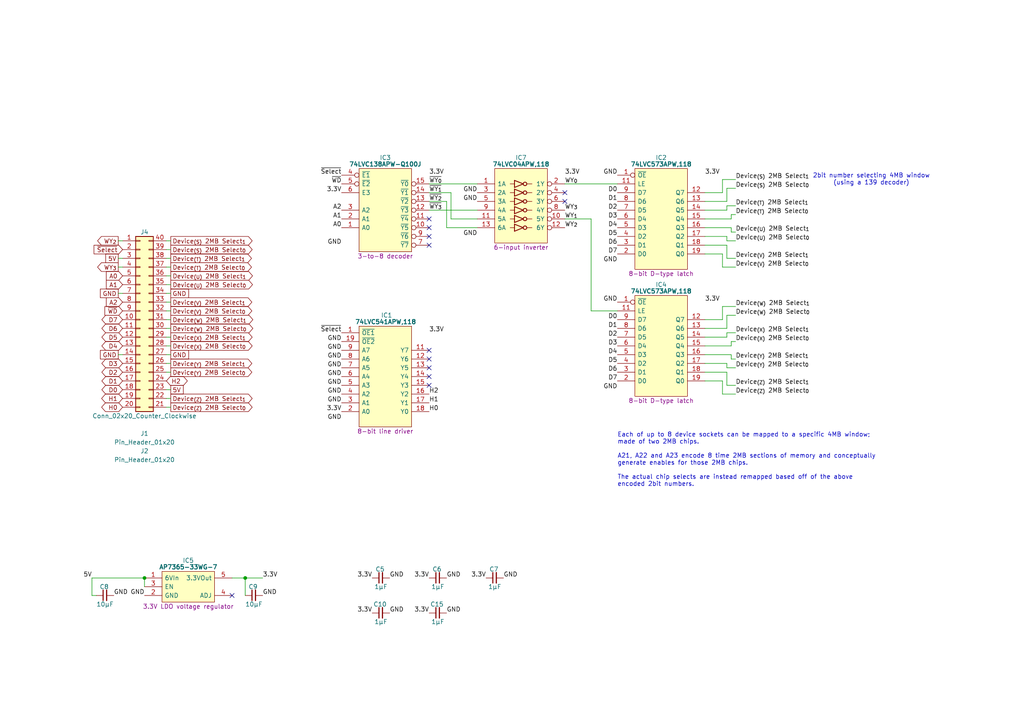
<source format=kicad_sch>
(kicad_sch
	(version 20250114)
	(generator "eeschema")
	(generator_version "9.0")
	(uuid "337b5f72-8be1-4121-9dc6-479b565482b2")
	(paper "A4")
	(title_block
		(title "Main Memory Channel")
		(date "2025-01-09")
		(rev "V0")
	)
	(lib_symbols
		(symbol "Connector_Generic:Conn_02x20_Counter_Clockwise"
			(pin_names
				(offset 1.016)
				(hide yes)
			)
			(exclude_from_sim no)
			(in_bom yes)
			(on_board yes)
			(property "Reference" "J"
				(at 1.27 25.4 0)
				(effects
					(font
						(size 1.27 1.27)
					)
				)
			)
			(property "Value" "Conn_02x20_Counter_Clockwise"
				(at 1.27 -27.94 0)
				(effects
					(font
						(size 1.27 1.27)
					)
				)
			)
			(property "Footprint" ""
				(at 0 0 0)
				(effects
					(font
						(size 1.27 1.27)
					)
					(hide yes)
				)
			)
			(property "Datasheet" "~"
				(at 0 0 0)
				(effects
					(font
						(size 1.27 1.27)
					)
					(hide yes)
				)
			)
			(property "Description" "Generic connector, double row, 02x20, counter clockwise pin numbering scheme (similar to DIP package numbering), script generated (kicad-library-utils/schlib/autogen/connector/)"
				(at 0 0 0)
				(effects
					(font
						(size 1.27 1.27)
					)
					(hide yes)
				)
			)
			(property "ki_keywords" "connector"
				(at 0 0 0)
				(effects
					(font
						(size 1.27 1.27)
					)
					(hide yes)
				)
			)
			(property "ki_fp_filters" "Connector*:*_2x??_*"
				(at 0 0 0)
				(effects
					(font
						(size 1.27 1.27)
					)
					(hide yes)
				)
			)
			(symbol "Conn_02x20_Counter_Clockwise_1_1"
				(rectangle
					(start -1.27 24.13)
					(end 3.81 -26.67)
					(stroke
						(width 0.254)
						(type default)
					)
					(fill
						(type background)
					)
				)
				(rectangle
					(start -1.27 22.987)
					(end 0 22.733)
					(stroke
						(width 0.1524)
						(type default)
					)
					(fill
						(type none)
					)
				)
				(rectangle
					(start -1.27 20.447)
					(end 0 20.193)
					(stroke
						(width 0.1524)
						(type default)
					)
					(fill
						(type none)
					)
				)
				(rectangle
					(start -1.27 17.907)
					(end 0 17.653)
					(stroke
						(width 0.1524)
						(type default)
					)
					(fill
						(type none)
					)
				)
				(rectangle
					(start -1.27 15.367)
					(end 0 15.113)
					(stroke
						(width 0.1524)
						(type default)
					)
					(fill
						(type none)
					)
				)
				(rectangle
					(start -1.27 12.827)
					(end 0 12.573)
					(stroke
						(width 0.1524)
						(type default)
					)
					(fill
						(type none)
					)
				)
				(rectangle
					(start -1.27 10.287)
					(end 0 10.033)
					(stroke
						(width 0.1524)
						(type default)
					)
					(fill
						(type none)
					)
				)
				(rectangle
					(start -1.27 7.747)
					(end 0 7.493)
					(stroke
						(width 0.1524)
						(type default)
					)
					(fill
						(type none)
					)
				)
				(rectangle
					(start -1.27 5.207)
					(end 0 4.953)
					(stroke
						(width 0.1524)
						(type default)
					)
					(fill
						(type none)
					)
				)
				(rectangle
					(start -1.27 2.667)
					(end 0 2.413)
					(stroke
						(width 0.1524)
						(type default)
					)
					(fill
						(type none)
					)
				)
				(rectangle
					(start -1.27 0.127)
					(end 0 -0.127)
					(stroke
						(width 0.1524)
						(type default)
					)
					(fill
						(type none)
					)
				)
				(rectangle
					(start -1.27 -2.413)
					(end 0 -2.667)
					(stroke
						(width 0.1524)
						(type default)
					)
					(fill
						(type none)
					)
				)
				(rectangle
					(start -1.27 -4.953)
					(end 0 -5.207)
					(stroke
						(width 0.1524)
						(type default)
					)
					(fill
						(type none)
					)
				)
				(rectangle
					(start -1.27 -7.493)
					(end 0 -7.747)
					(stroke
						(width 0.1524)
						(type default)
					)
					(fill
						(type none)
					)
				)
				(rectangle
					(start -1.27 -10.033)
					(end 0 -10.287)
					(stroke
						(width 0.1524)
						(type default)
					)
					(fill
						(type none)
					)
				)
				(rectangle
					(start -1.27 -12.573)
					(end 0 -12.827)
					(stroke
						(width 0.1524)
						(type default)
					)
					(fill
						(type none)
					)
				)
				(rectangle
					(start -1.27 -15.113)
					(end 0 -15.367)
					(stroke
						(width 0.1524)
						(type default)
					)
					(fill
						(type none)
					)
				)
				(rectangle
					(start -1.27 -17.653)
					(end 0 -17.907)
					(stroke
						(width 0.1524)
						(type default)
					)
					(fill
						(type none)
					)
				)
				(rectangle
					(start -1.27 -20.193)
					(end 0 -20.447)
					(stroke
						(width 0.1524)
						(type default)
					)
					(fill
						(type none)
					)
				)
				(rectangle
					(start -1.27 -22.733)
					(end 0 -22.987)
					(stroke
						(width 0.1524)
						(type default)
					)
					(fill
						(type none)
					)
				)
				(rectangle
					(start -1.27 -25.273)
					(end 0 -25.527)
					(stroke
						(width 0.1524)
						(type default)
					)
					(fill
						(type none)
					)
				)
				(rectangle
					(start 3.81 22.987)
					(end 2.54 22.733)
					(stroke
						(width 0.1524)
						(type default)
					)
					(fill
						(type none)
					)
				)
				(rectangle
					(start 3.81 20.447)
					(end 2.54 20.193)
					(stroke
						(width 0.1524)
						(type default)
					)
					(fill
						(type none)
					)
				)
				(rectangle
					(start 3.81 17.907)
					(end 2.54 17.653)
					(stroke
						(width 0.1524)
						(type default)
					)
					(fill
						(type none)
					)
				)
				(rectangle
					(start 3.81 15.367)
					(end 2.54 15.113)
					(stroke
						(width 0.1524)
						(type default)
					)
					(fill
						(type none)
					)
				)
				(rectangle
					(start 3.81 12.827)
					(end 2.54 12.573)
					(stroke
						(width 0.1524)
						(type default)
					)
					(fill
						(type none)
					)
				)
				(rectangle
					(start 3.81 10.287)
					(end 2.54 10.033)
					(stroke
						(width 0.1524)
						(type default)
					)
					(fill
						(type none)
					)
				)
				(rectangle
					(start 3.81 7.747)
					(end 2.54 7.493)
					(stroke
						(width 0.1524)
						(type default)
					)
					(fill
						(type none)
					)
				)
				(rectangle
					(start 3.81 5.207)
					(end 2.54 4.953)
					(stroke
						(width 0.1524)
						(type default)
					)
					(fill
						(type none)
					)
				)
				(rectangle
					(start 3.81 2.667)
					(end 2.54 2.413)
					(stroke
						(width 0.1524)
						(type default)
					)
					(fill
						(type none)
					)
				)
				(rectangle
					(start 3.81 0.127)
					(end 2.54 -0.127)
					(stroke
						(width 0.1524)
						(type default)
					)
					(fill
						(type none)
					)
				)
				(rectangle
					(start 3.81 -2.413)
					(end 2.54 -2.667)
					(stroke
						(width 0.1524)
						(type default)
					)
					(fill
						(type none)
					)
				)
				(rectangle
					(start 3.81 -4.953)
					(end 2.54 -5.207)
					(stroke
						(width 0.1524)
						(type default)
					)
					(fill
						(type none)
					)
				)
				(rectangle
					(start 3.81 -7.493)
					(end 2.54 -7.747)
					(stroke
						(width 0.1524)
						(type default)
					)
					(fill
						(type none)
					)
				)
				(rectangle
					(start 3.81 -10.033)
					(end 2.54 -10.287)
					(stroke
						(width 0.1524)
						(type default)
					)
					(fill
						(type none)
					)
				)
				(rectangle
					(start 3.81 -12.573)
					(end 2.54 -12.827)
					(stroke
						(width 0.1524)
						(type default)
					)
					(fill
						(type none)
					)
				)
				(rectangle
					(start 3.81 -15.113)
					(end 2.54 -15.367)
					(stroke
						(width 0.1524)
						(type default)
					)
					(fill
						(type none)
					)
				)
				(rectangle
					(start 3.81 -17.653)
					(end 2.54 -17.907)
					(stroke
						(width 0.1524)
						(type default)
					)
					(fill
						(type none)
					)
				)
				(rectangle
					(start 3.81 -20.193)
					(end 2.54 -20.447)
					(stroke
						(width 0.1524)
						(type default)
					)
					(fill
						(type none)
					)
				)
				(rectangle
					(start 3.81 -22.733)
					(end 2.54 -22.987)
					(stroke
						(width 0.1524)
						(type default)
					)
					(fill
						(type none)
					)
				)
				(rectangle
					(start 3.81 -25.273)
					(end 2.54 -25.527)
					(stroke
						(width 0.1524)
						(type default)
					)
					(fill
						(type none)
					)
				)
				(pin passive line
					(at -5.08 22.86 0)
					(length 3.81)
					(name "Pin_1"
						(effects
							(font
								(size 1.27 1.27)
							)
						)
					)
					(number "1"
						(effects
							(font
								(size 1.27 1.27)
							)
						)
					)
				)
				(pin passive line
					(at -5.08 20.32 0)
					(length 3.81)
					(name "Pin_2"
						(effects
							(font
								(size 1.27 1.27)
							)
						)
					)
					(number "2"
						(effects
							(font
								(size 1.27 1.27)
							)
						)
					)
				)
				(pin passive line
					(at -5.08 17.78 0)
					(length 3.81)
					(name "Pin_3"
						(effects
							(font
								(size 1.27 1.27)
							)
						)
					)
					(number "3"
						(effects
							(font
								(size 1.27 1.27)
							)
						)
					)
				)
				(pin passive line
					(at -5.08 15.24 0)
					(length 3.81)
					(name "Pin_4"
						(effects
							(font
								(size 1.27 1.27)
							)
						)
					)
					(number "4"
						(effects
							(font
								(size 1.27 1.27)
							)
						)
					)
				)
				(pin passive line
					(at -5.08 12.7 0)
					(length 3.81)
					(name "Pin_5"
						(effects
							(font
								(size 1.27 1.27)
							)
						)
					)
					(number "5"
						(effects
							(font
								(size 1.27 1.27)
							)
						)
					)
				)
				(pin passive line
					(at -5.08 10.16 0)
					(length 3.81)
					(name "Pin_6"
						(effects
							(font
								(size 1.27 1.27)
							)
						)
					)
					(number "6"
						(effects
							(font
								(size 1.27 1.27)
							)
						)
					)
				)
				(pin passive line
					(at -5.08 7.62 0)
					(length 3.81)
					(name "Pin_7"
						(effects
							(font
								(size 1.27 1.27)
							)
						)
					)
					(number "7"
						(effects
							(font
								(size 1.27 1.27)
							)
						)
					)
				)
				(pin passive line
					(at -5.08 5.08 0)
					(length 3.81)
					(name "Pin_8"
						(effects
							(font
								(size 1.27 1.27)
							)
						)
					)
					(number "8"
						(effects
							(font
								(size 1.27 1.27)
							)
						)
					)
				)
				(pin passive line
					(at -5.08 2.54 0)
					(length 3.81)
					(name "Pin_9"
						(effects
							(font
								(size 1.27 1.27)
							)
						)
					)
					(number "9"
						(effects
							(font
								(size 1.27 1.27)
							)
						)
					)
				)
				(pin passive line
					(at -5.08 0 0)
					(length 3.81)
					(name "Pin_10"
						(effects
							(font
								(size 1.27 1.27)
							)
						)
					)
					(number "10"
						(effects
							(font
								(size 1.27 1.27)
							)
						)
					)
				)
				(pin passive line
					(at -5.08 -2.54 0)
					(length 3.81)
					(name "Pin_11"
						(effects
							(font
								(size 1.27 1.27)
							)
						)
					)
					(number "11"
						(effects
							(font
								(size 1.27 1.27)
							)
						)
					)
				)
				(pin passive line
					(at -5.08 -5.08 0)
					(length 3.81)
					(name "Pin_12"
						(effects
							(font
								(size 1.27 1.27)
							)
						)
					)
					(number "12"
						(effects
							(font
								(size 1.27 1.27)
							)
						)
					)
				)
				(pin passive line
					(at -5.08 -7.62 0)
					(length 3.81)
					(name "Pin_13"
						(effects
							(font
								(size 1.27 1.27)
							)
						)
					)
					(number "13"
						(effects
							(font
								(size 1.27 1.27)
							)
						)
					)
				)
				(pin passive line
					(at -5.08 -10.16 0)
					(length 3.81)
					(name "Pin_14"
						(effects
							(font
								(size 1.27 1.27)
							)
						)
					)
					(number "14"
						(effects
							(font
								(size 1.27 1.27)
							)
						)
					)
				)
				(pin passive line
					(at -5.08 -12.7 0)
					(length 3.81)
					(name "Pin_15"
						(effects
							(font
								(size 1.27 1.27)
							)
						)
					)
					(number "15"
						(effects
							(font
								(size 1.27 1.27)
							)
						)
					)
				)
				(pin passive line
					(at -5.08 -15.24 0)
					(length 3.81)
					(name "Pin_16"
						(effects
							(font
								(size 1.27 1.27)
							)
						)
					)
					(number "16"
						(effects
							(font
								(size 1.27 1.27)
							)
						)
					)
				)
				(pin passive line
					(at -5.08 -17.78 0)
					(length 3.81)
					(name "Pin_17"
						(effects
							(font
								(size 1.27 1.27)
							)
						)
					)
					(number "17"
						(effects
							(font
								(size 1.27 1.27)
							)
						)
					)
				)
				(pin passive line
					(at -5.08 -20.32 0)
					(length 3.81)
					(name "Pin_18"
						(effects
							(font
								(size 1.27 1.27)
							)
						)
					)
					(number "18"
						(effects
							(font
								(size 1.27 1.27)
							)
						)
					)
				)
				(pin passive line
					(at -5.08 -22.86 0)
					(length 3.81)
					(name "Pin_19"
						(effects
							(font
								(size 1.27 1.27)
							)
						)
					)
					(number "19"
						(effects
							(font
								(size 1.27 1.27)
							)
						)
					)
				)
				(pin passive line
					(at -5.08 -25.4 0)
					(length 3.81)
					(name "Pin_20"
						(effects
							(font
								(size 1.27 1.27)
							)
						)
					)
					(number "20"
						(effects
							(font
								(size 1.27 1.27)
							)
						)
					)
				)
				(pin passive line
					(at 7.62 22.86 180)
					(length 3.81)
					(name "Pin_40"
						(effects
							(font
								(size 1.27 1.27)
							)
						)
					)
					(number "40"
						(effects
							(font
								(size 1.27 1.27)
							)
						)
					)
				)
				(pin passive line
					(at 7.62 20.32 180)
					(length 3.81)
					(name "Pin_39"
						(effects
							(font
								(size 1.27 1.27)
							)
						)
					)
					(number "39"
						(effects
							(font
								(size 1.27 1.27)
							)
						)
					)
				)
				(pin passive line
					(at 7.62 17.78 180)
					(length 3.81)
					(name "Pin_38"
						(effects
							(font
								(size 1.27 1.27)
							)
						)
					)
					(number "38"
						(effects
							(font
								(size 1.27 1.27)
							)
						)
					)
				)
				(pin passive line
					(at 7.62 15.24 180)
					(length 3.81)
					(name "Pin_37"
						(effects
							(font
								(size 1.27 1.27)
							)
						)
					)
					(number "37"
						(effects
							(font
								(size 1.27 1.27)
							)
						)
					)
				)
				(pin passive line
					(at 7.62 12.7 180)
					(length 3.81)
					(name "Pin_36"
						(effects
							(font
								(size 1.27 1.27)
							)
						)
					)
					(number "36"
						(effects
							(font
								(size 1.27 1.27)
							)
						)
					)
				)
				(pin passive line
					(at 7.62 10.16 180)
					(length 3.81)
					(name "Pin_35"
						(effects
							(font
								(size 1.27 1.27)
							)
						)
					)
					(number "35"
						(effects
							(font
								(size 1.27 1.27)
							)
						)
					)
				)
				(pin passive line
					(at 7.62 7.62 180)
					(length 3.81)
					(name "Pin_34"
						(effects
							(font
								(size 1.27 1.27)
							)
						)
					)
					(number "34"
						(effects
							(font
								(size 1.27 1.27)
							)
						)
					)
				)
				(pin passive line
					(at 7.62 5.08 180)
					(length 3.81)
					(name "Pin_33"
						(effects
							(font
								(size 1.27 1.27)
							)
						)
					)
					(number "33"
						(effects
							(font
								(size 1.27 1.27)
							)
						)
					)
				)
				(pin passive line
					(at 7.62 2.54 180)
					(length 3.81)
					(name "Pin_32"
						(effects
							(font
								(size 1.27 1.27)
							)
						)
					)
					(number "32"
						(effects
							(font
								(size 1.27 1.27)
							)
						)
					)
				)
				(pin passive line
					(at 7.62 0 180)
					(length 3.81)
					(name "Pin_31"
						(effects
							(font
								(size 1.27 1.27)
							)
						)
					)
					(number "31"
						(effects
							(font
								(size 1.27 1.27)
							)
						)
					)
				)
				(pin passive line
					(at 7.62 -2.54 180)
					(length 3.81)
					(name "Pin_30"
						(effects
							(font
								(size 1.27 1.27)
							)
						)
					)
					(number "30"
						(effects
							(font
								(size 1.27 1.27)
							)
						)
					)
				)
				(pin passive line
					(at 7.62 -5.08 180)
					(length 3.81)
					(name "Pin_29"
						(effects
							(font
								(size 1.27 1.27)
							)
						)
					)
					(number "29"
						(effects
							(font
								(size 1.27 1.27)
							)
						)
					)
				)
				(pin passive line
					(at 7.62 -7.62 180)
					(length 3.81)
					(name "Pin_28"
						(effects
							(font
								(size 1.27 1.27)
							)
						)
					)
					(number "28"
						(effects
							(font
								(size 1.27 1.27)
							)
						)
					)
				)
				(pin passive line
					(at 7.62 -10.16 180)
					(length 3.81)
					(name "Pin_27"
						(effects
							(font
								(size 1.27 1.27)
							)
						)
					)
					(number "27"
						(effects
							(font
								(size 1.27 1.27)
							)
						)
					)
				)
				(pin passive line
					(at 7.62 -12.7 180)
					(length 3.81)
					(name "Pin_26"
						(effects
							(font
								(size 1.27 1.27)
							)
						)
					)
					(number "26"
						(effects
							(font
								(size 1.27 1.27)
							)
						)
					)
				)
				(pin passive line
					(at 7.62 -15.24 180)
					(length 3.81)
					(name "Pin_25"
						(effects
							(font
								(size 1.27 1.27)
							)
						)
					)
					(number "25"
						(effects
							(font
								(size 1.27 1.27)
							)
						)
					)
				)
				(pin passive line
					(at 7.62 -17.78 180)
					(length 3.81)
					(name "Pin_24"
						(effects
							(font
								(size 1.27 1.27)
							)
						)
					)
					(number "24"
						(effects
							(font
								(size 1.27 1.27)
							)
						)
					)
				)
				(pin passive line
					(at 7.62 -20.32 180)
					(length 3.81)
					(name "Pin_23"
						(effects
							(font
								(size 1.27 1.27)
							)
						)
					)
					(number "23"
						(effects
							(font
								(size 1.27 1.27)
							)
						)
					)
				)
				(pin passive line
					(at 7.62 -22.86 180)
					(length 3.81)
					(name "Pin_22"
						(effects
							(font
								(size 1.27 1.27)
							)
						)
					)
					(number "22"
						(effects
							(font
								(size 1.27 1.27)
							)
						)
					)
				)
				(pin passive line
					(at 7.62 -25.4 180)
					(length 3.81)
					(name "Pin_21"
						(effects
							(font
								(size 1.27 1.27)
							)
						)
					)
					(number "21"
						(effects
							(font
								(size 1.27 1.27)
							)
						)
					)
				)
			)
			(embedded_fonts no)
		)
		(symbol "Diodes_Inc:AP7365-33WG-7"
			(pin_names
				(offset 0.762)
			)
			(exclude_from_sim no)
			(in_bom yes)
			(on_board yes)
			(property "Reference" "IC"
				(at 12.7 5.08 0)
				(effects
					(font
						(size 1.27 1.27)
					)
				)
			)
			(property "Value" "AP7365-33WG-7"
				(at 12.7 3.175 0)
				(effects
					(font
						(size 1.27 1.27)
						(bold yes)
					)
				)
			)
			(property "Footprint" "SamacSys_Parts:SOT95P285X130-5N"
				(at 21.59 -14.605 0)
				(effects
					(font
						(size 1.27 1.27)
					)
					(justify left)
					(hide yes)
				)
			)
			(property "Datasheet" "https://componentsearchengine.com/Datasheets/1/AP7365-33WG-7.pdf"
				(at 21.59 -17.145 0)
				(effects
					(font
						(size 1.27 1.27)
					)
					(justify left)
					(hide yes)
				)
			)
			(property "Description" "3.3V LDO voltage regulator"
				(at 12.7 -8.255 0)
				(effects
					(font
						(size 1.27 1.27)
					)
				)
			)
			(property "Height" "1.3"
				(at 21.59 -19.685 0)
				(effects
					(font
						(size 1.27 1.27)
					)
					(justify left)
					(hide yes)
				)
			)
			(property "Manufacturer_Name" "Diodes Inc."
				(at 21.59 -22.225 0)
				(effects
					(font
						(size 1.27 1.27)
					)
					(justify left)
					(hide yes)
				)
			)
			(property "Manufacturer_Part_Number" "AP7365-33WG-7"
				(at 21.59 -24.765 0)
				(effects
					(font
						(size 1.27 1.27)
					)
					(justify left)
					(hide yes)
				)
			)
			(property "Mouser Part Number" "621-AP7365-33WG-7"
				(at 21.59 -27.305 0)
				(effects
					(font
						(size 1.27 1.27)
					)
					(justify left)
					(hide yes)
				)
			)
			(property "Mouser Price/Stock" "https://www.mouser.co.uk/ProductDetail/Diodes-Incorporated/AP7365-33WG-7?qs=abZ1nkZpTuOZFvxvoFPL0w%3D%3D"
				(at 21.59 -29.845 0)
				(effects
					(font
						(size 1.27 1.27)
					)
					(justify left)
					(hide yes)
				)
			)
			(property "Arrow Part Number" "AP7365-33WG-7"
				(at 21.59 -32.385 0)
				(effects
					(font
						(size 1.27 1.27)
					)
					(justify left)
					(hide yes)
				)
			)
			(property "Arrow Price/Stock" "https://www.arrow.com/en/products/ap7365-33wg-7/diodes-incorporated?region=nac"
				(at 21.59 -34.925 0)
				(effects
					(font
						(size 1.27 1.27)
					)
					(justify left)
					(hide yes)
				)
			)
			(property "Silkscreen" "AP7365"
				(at 21.59 -12.065 0)
				(effects
					(font
						(size 1.27 1.27)
					)
					(justify left)
					(hide yes)
				)
			)
			(symbol "AP7365-33WG-7_0_0"
				(pin input line
					(at 0 -2.54 0)
					(length 5.08)
					(name "EN"
						(effects
							(font
								(size 1.27 1.27)
							)
						)
					)
					(number "3"
						(effects
							(font
								(size 1.27 1.27)
							)
						)
					)
				)
				(pin passive line
					(at 0 -5.08 0)
					(length 5.08)
					(name "GND"
						(effects
							(font
								(size 1.27 1.27)
							)
						)
					)
					(number "2"
						(effects
							(font
								(size 1.27 1.27)
							)
						)
					)
				)
				(pin passive line
					(at 25.4 -5.08 180)
					(length 5.08)
					(name "ADJ"
						(effects
							(font
								(size 1.27 1.27)
							)
						)
					)
					(number "4"
						(effects
							(font
								(size 1.27 1.27)
							)
						)
					)
				)
			)
			(symbol "AP7365-33WG-7_0_1"
				(polyline
					(pts
						(xy 5.08 1.905) (xy 20.32 1.905) (xy 20.32 -6.985) (xy 5.08 -6.985) (xy 5.08 1.905)
					)
					(stroke
						(width 0)
						(type default)
					)
					(fill
						(type background)
					)
				)
			)
			(symbol "AP7365-33WG-7_1_0"
				(pin passive line
					(at 0 0 0)
					(length 5.08)
					(name "6VIn"
						(effects
							(font
								(size 1.27 1.27)
							)
						)
					)
					(number "1"
						(effects
							(font
								(size 1.27 1.27)
							)
						)
					)
				)
				(pin passive line
					(at 25.4 0 180)
					(length 5.08)
					(name "3.3VOut"
						(effects
							(font
								(size 1.27 1.27)
							)
						)
					)
					(number "5"
						(effects
							(font
								(size 1.27 1.27)
							)
						)
					)
				)
			)
			(embedded_fonts no)
		)
		(symbol "HCP65:C_0805"
			(pin_numbers
				(hide yes)
			)
			(pin_names
				(offset 0.254)
				(hide yes)
			)
			(exclude_from_sim no)
			(in_bom yes)
			(on_board yes)
			(property "Reference" "C"
				(at 2.286 2.54 0)
				(effects
					(font
						(size 1.27 1.27)
					)
				)
			)
			(property "Value" "?μF"
				(at 2.54 -2.54 0)
				(effects
					(font
						(size 1.27 1.27)
					)
				)
			)
			(property "Footprint" "SamacSys_Parts:C_0805"
				(at 16.764 -7.62 0)
				(effects
					(font
						(size 1.27 1.27)
					)
					(hide yes)
				)
			)
			(property "Datasheet" ""
				(at 2.2225 0.3175 90)
				(effects
					(font
						(size 1.27 1.27)
					)
					(hide yes)
				)
			)
			(property "Description" ""
				(at 0 0 0)
				(effects
					(font
						(size 1.27 1.27)
					)
					(hide yes)
				)
			)
			(property "ki_keywords" "capacitor cap"
				(at 0 0 0)
				(effects
					(font
						(size 1.27 1.27)
					)
					(hide yes)
				)
			)
			(property "ki_fp_filters" "C_*"
				(at 0 0 0)
				(effects
					(font
						(size 1.27 1.27)
					)
					(hide yes)
				)
			)
			(symbol "C_0805_0_1"
				(polyline
					(pts
						(xy 1.9685 -1.4605) (xy 1.9685 1.5875)
					)
					(stroke
						(width 0.3048)
						(type default)
					)
					(fill
						(type none)
					)
				)
				(polyline
					(pts
						(xy 2.9845 -1.4605) (xy 2.9845 1.5875)
					)
					(stroke
						(width 0.3302)
						(type default)
					)
					(fill
						(type none)
					)
				)
			)
			(symbol "C_0805_1_1"
				(pin passive line
					(at 0 0 0)
					(length 2.032)
					(name "~"
						(effects
							(font
								(size 1.27 1.27)
							)
						)
					)
					(number "1"
						(effects
							(font
								(size 1.27 1.27)
							)
						)
					)
				)
				(pin passive line
					(at 5.08 0 180)
					(length 2.032)
					(name "~"
						(effects
							(font
								(size 1.27 1.27)
							)
						)
					)
					(number "2"
						(effects
							(font
								(size 1.27 1.27)
							)
						)
					)
				)
			)
			(embedded_fonts no)
		)
		(symbol "HCP65:Pin_Header_01x32"
			(pin_names
				(offset 1.016)
				(hide yes)
			)
			(exclude_from_sim no)
			(in_bom yes)
			(on_board yes)
			(property "Reference" "J"
				(at 0 1.27 0)
				(effects
					(font
						(size 1.27 1.27)
					)
				)
			)
			(property "Value" "Pin_Header_01x32"
				(at 0 -1.27 0)
				(effects
					(font
						(size 1.27 1.27)
					)
				)
			)
			(property "Footprint" "SamacSys_Parts:PinHeader_1x32_P2.54mm_Vertical"
				(at 0 -3.81 0)
				(effects
					(font
						(size 1.27 1.27)
					)
					(hide yes)
				)
			)
			(property "Datasheet" "~"
				(at -5.08 0 0)
				(effects
					(font
						(size 1.27 1.27)
					)
					(hide yes)
				)
			)
			(property "Description" ""
				(at 0 0 0)
				(effects
					(font
						(size 1.27 1.27)
					)
					(hide yes)
				)
			)
			(property "ki_fp_filters" "Connector*:*_1x??_*"
				(at 0 0 0)
				(effects
					(font
						(size 1.27 1.27)
					)
					(hide yes)
				)
			)
			(embedded_fonts no)
		)
		(symbol "Nexperia:74LVC04APW,118"
			(pin_names
				(offset 0.762)
			)
			(exclude_from_sim no)
			(in_bom yes)
			(on_board yes)
			(property "Reference" "IC"
				(at 12.7 7.62 0)
				(effects
					(font
						(size 1.27 1.27)
					)
				)
			)
			(property "Value" "74LVC04APW,118"
				(at 12.7 5.715 0)
				(effects
					(font
						(size 1.27 1.27)
						(bold yes)
					)
				)
			)
			(property "Footprint" "SamacSys_Parts:SOP65P640X110-14N"
				(at 20.955 -22.225 0)
				(effects
					(font
						(size 1.27 1.27)
					)
					(justify left)
					(hide yes)
				)
			)
			(property "Datasheet" "https://assets.nexperia.com/documents/data-sheet/74LVC04A.pdf"
				(at 20.955 -24.765 0)
				(effects
					(font
						(size 1.27 1.27)
					)
					(justify left)
					(hide yes)
				)
			)
			(property "Description" "6-input inverter"
				(at 12.7 -18.415 0)
				(effects
					(font
						(size 1.27 1.27)
					)
				)
			)
			(property "Height" "1.1"
				(at 20.955 -29.845 0)
				(effects
					(font
						(size 1.27 1.27)
					)
					(justify left)
					(hide yes)
				)
			)
			(property "Manufacturer_Name" "Nexperia"
				(at 20.955 -32.385 0)
				(effects
					(font
						(size 1.27 1.27)
					)
					(justify left)
					(hide yes)
				)
			)
			(property "Manufacturer_Part_Number" "74LVC04APW,118"
				(at 20.955 -34.925 0)
				(effects
					(font
						(size 1.27 1.27)
					)
					(justify left)
					(hide yes)
				)
			)
			(property "Mouser Part Number" "771-74LVC04APW-T"
				(at 20.955 -37.465 0)
				(effects
					(font
						(size 1.27 1.27)
					)
					(justify left)
					(hide yes)
				)
			)
			(property "Mouser Price/Stock" "https://www.mouser.co.uk/ProductDetail/Nexperia/74LVC04APW118?qs=me8TqzrmIYUA5zXidd9%2F4g%3D%3D"
				(at 20.955 -40.005 0)
				(effects
					(font
						(size 1.27 1.27)
					)
					(justify left)
					(hide yes)
				)
			)
			(property "Silkscreen" "74LVC04"
				(at 13.335 -20.32 0)
				(effects
					(font
						(size 1.27 1.27)
					)
					(hide yes)
				)
			)
			(symbol "74LVC04APW,118_0_0"
				(pin input line
					(at 0 0 0)
					(length 5.08)
					(name "1A"
						(effects
							(font
								(size 1.27 1.27)
							)
						)
					)
					(number "1"
						(effects
							(font
								(size 1.27 1.27)
							)
						)
					)
				)
				(pin input line
					(at 0 -2.54 0)
					(length 5.08)
					(name "2A"
						(effects
							(font
								(size 1.27 1.27)
							)
						)
					)
					(number "3"
						(effects
							(font
								(size 1.27 1.27)
							)
						)
					)
				)
				(pin input line
					(at 0 -5.08 0)
					(length 5.08)
					(name "3A"
						(effects
							(font
								(size 1.27 1.27)
							)
						)
					)
					(number "5"
						(effects
							(font
								(size 1.27 1.27)
							)
						)
					)
				)
				(pin input line
					(at 0 -7.62 0)
					(length 5.08)
					(name "4A"
						(effects
							(font
								(size 1.27 1.27)
							)
						)
					)
					(number "9"
						(effects
							(font
								(size 1.27 1.27)
							)
						)
					)
				)
				(pin input line
					(at 0 -10.16 0)
					(length 5.08)
					(name "5A"
						(effects
							(font
								(size 1.27 1.27)
							)
						)
					)
					(number "11"
						(effects
							(font
								(size 1.27 1.27)
							)
						)
					)
				)
				(pin input line
					(at 0 -12.7 0)
					(length 5.08)
					(name "6A"
						(effects
							(font
								(size 1.27 1.27)
							)
						)
					)
					(number "13"
						(effects
							(font
								(size 1.27 1.27)
							)
						)
					)
				)
				(pin passive line
					(at 0 -15.24 0)
					(length 5.08)
					(hide yes)
					(name "GND"
						(effects
							(font
								(size 1.27 1.27)
							)
						)
					)
					(number "7"
						(effects
							(font
								(size 1.27 1.27)
							)
						)
					)
				)
				(pin passive line
					(at 25.4 2.54 180)
					(length 5.08)
					(hide yes)
					(name "3V"
						(effects
							(font
								(size 1.27 1.27)
							)
						)
					)
					(number "14"
						(effects
							(font
								(size 1.27 1.27)
							)
						)
					)
				)
				(pin output inverted
					(at 25.4 0 180)
					(length 5.08)
					(name "1Y"
						(effects
							(font
								(size 1.27 1.27)
							)
						)
					)
					(number "2"
						(effects
							(font
								(size 1.27 1.27)
							)
						)
					)
				)
				(pin output inverted
					(at 25.4 -2.54 180)
					(length 5.08)
					(name "2Y"
						(effects
							(font
								(size 1.27 1.27)
							)
						)
					)
					(number "4"
						(effects
							(font
								(size 1.27 1.27)
							)
						)
					)
				)
				(pin output inverted
					(at 25.4 -5.08 180)
					(length 5.08)
					(name "3Y"
						(effects
							(font
								(size 1.27 1.27)
							)
						)
					)
					(number "6"
						(effects
							(font
								(size 1.27 1.27)
							)
						)
					)
				)
				(pin output inverted
					(at 25.4 -7.62 180)
					(length 5.08)
					(name "4Y"
						(effects
							(font
								(size 1.27 1.27)
							)
						)
					)
					(number "8"
						(effects
							(font
								(size 1.27 1.27)
							)
						)
					)
				)
				(pin output inverted
					(at 25.4 -10.16 180)
					(length 5.08)
					(name "5Y"
						(effects
							(font
								(size 1.27 1.27)
							)
						)
					)
					(number "10"
						(effects
							(font
								(size 1.27 1.27)
							)
						)
					)
				)
				(pin output inverted
					(at 25.4 -12.7 180)
					(length 5.08)
					(name "6Y"
						(effects
							(font
								(size 1.27 1.27)
							)
						)
					)
					(number "12"
						(effects
							(font
								(size 1.27 1.27)
							)
						)
					)
				)
			)
			(symbol "74LVC04APW,118_0_1"
				(polyline
					(pts
						(xy 5.08 4.445) (xy 20.32 4.445) (xy 20.32 -17.145) (xy 5.08 -17.145) (xy 5.08 4.445)
					)
					(stroke
						(width 0.1524)
						(type default)
					)
					(fill
						(type background)
					)
				)
				(polyline
					(pts
						(xy 9.525 0) (xy 10.7949 0)
					)
					(stroke
						(width 0)
						(type default)
					)
					(fill
						(type none)
					)
				)
				(polyline
					(pts
						(xy 9.525 -2.54) (xy 10.7949 -2.54)
					)
					(stroke
						(width 0)
						(type default)
					)
					(fill
						(type none)
					)
				)
				(polyline
					(pts
						(xy 9.525 -5.08) (xy 10.7949 -5.08)
					)
					(stroke
						(width 0)
						(type default)
					)
					(fill
						(type none)
					)
				)
				(polyline
					(pts
						(xy 9.525 -7.62) (xy 10.7949 -7.62)
					)
					(stroke
						(width 0)
						(type default)
					)
					(fill
						(type none)
					)
				)
				(polyline
					(pts
						(xy 9.525 -10.16) (xy 10.7949 -10.16)
					)
					(stroke
						(width 0)
						(type default)
					)
					(fill
						(type none)
					)
				)
				(polyline
					(pts
						(xy 9.525 -12.7) (xy 10.7949 -12.7)
					)
					(stroke
						(width 0)
						(type default)
					)
					(fill
						(type none)
					)
				)
				(rectangle
					(start 10.795 1.016)
					(end 10.795 -1.016)
					(stroke
						(width 0.254)
						(type default)
					)
					(fill
						(type background)
					)
				)
				(polyline
					(pts
						(xy 10.795 -1.016) (xy 13.335 0) (xy 10.795 1.016)
					)
					(stroke
						(width 0.254)
						(type default)
					)
					(fill
						(type none)
					)
				)
				(rectangle
					(start 10.795 -1.524)
					(end 10.795 -3.556)
					(stroke
						(width 0.254)
						(type default)
					)
					(fill
						(type background)
					)
				)
				(polyline
					(pts
						(xy 10.795 -3.556) (xy 13.335 -2.54) (xy 10.795 -1.524)
					)
					(stroke
						(width 0.254)
						(type default)
					)
					(fill
						(type none)
					)
				)
				(rectangle
					(start 10.795 -4.064)
					(end 10.795 -6.096)
					(stroke
						(width 0.254)
						(type default)
					)
					(fill
						(type background)
					)
				)
				(polyline
					(pts
						(xy 10.795 -6.096) (xy 13.335 -5.08) (xy 10.795 -4.064)
					)
					(stroke
						(width 0.254)
						(type default)
					)
					(fill
						(type none)
					)
				)
				(rectangle
					(start 10.795 -6.604)
					(end 10.795 -8.636)
					(stroke
						(width 0.254)
						(type default)
					)
					(fill
						(type background)
					)
				)
				(polyline
					(pts
						(xy 10.795 -8.636) (xy 13.335 -7.62) (xy 10.795 -6.604)
					)
					(stroke
						(width 0.254)
						(type default)
					)
					(fill
						(type none)
					)
				)
				(rectangle
					(start 10.795 -9.144)
					(end 10.795 -11.176)
					(stroke
						(width 0.254)
						(type default)
					)
					(fill
						(type background)
					)
				)
				(polyline
					(pts
						(xy 10.795 -11.176) (xy 13.335 -10.16) (xy 10.795 -9.144)
					)
					(stroke
						(width 0.254)
						(type default)
					)
					(fill
						(type none)
					)
				)
				(rectangle
					(start 10.795 -11.684)
					(end 10.795 -13.716)
					(stroke
						(width 0.254)
						(type default)
					)
					(fill
						(type background)
					)
				)
				(polyline
					(pts
						(xy 10.795 -13.716) (xy 13.335 -12.7) (xy 10.795 -11.684)
					)
					(stroke
						(width 0.254)
						(type default)
					)
					(fill
						(type none)
					)
				)
				(circle
					(center 13.843 0)
					(radius 0.508)
					(stroke
						(width 0.254)
						(type default)
					)
					(fill
						(type none)
					)
				)
				(circle
					(center 13.843 -2.54)
					(radius 0.508)
					(stroke
						(width 0.254)
						(type default)
					)
					(fill
						(type none)
					)
				)
				(circle
					(center 13.843 -5.08)
					(radius 0.508)
					(stroke
						(width 0.254)
						(type default)
					)
					(fill
						(type none)
					)
				)
				(circle
					(center 13.843 -7.62)
					(radius 0.508)
					(stroke
						(width 0.254)
						(type default)
					)
					(fill
						(type none)
					)
				)
				(circle
					(center 13.843 -10.16)
					(radius 0.508)
					(stroke
						(width 0.254)
						(type default)
					)
					(fill
						(type none)
					)
				)
				(circle
					(center 13.843 -12.7)
					(radius 0.508)
					(stroke
						(width 0.254)
						(type default)
					)
					(fill
						(type none)
					)
				)
				(polyline
					(pts
						(xy 14.351 0) (xy 15.875 0)
					)
					(stroke
						(width 0)
						(type default)
					)
					(fill
						(type none)
					)
				)
				(polyline
					(pts
						(xy 14.351 -2.54) (xy 15.875 -2.54)
					)
					(stroke
						(width 0)
						(type default)
					)
					(fill
						(type none)
					)
				)
				(polyline
					(pts
						(xy 14.351 -5.08) (xy 15.875 -5.08)
					)
					(stroke
						(width 0)
						(type default)
					)
					(fill
						(type none)
					)
				)
				(polyline
					(pts
						(xy 14.351 -7.62) (xy 15.875 -7.62)
					)
					(stroke
						(width 0)
						(type default)
					)
					(fill
						(type none)
					)
				)
				(polyline
					(pts
						(xy 14.351 -10.16) (xy 15.875 -10.16)
					)
					(stroke
						(width 0)
						(type default)
					)
					(fill
						(type none)
					)
				)
				(polyline
					(pts
						(xy 14.351 -12.7) (xy 15.875 -12.7)
					)
					(stroke
						(width 0)
						(type default)
					)
					(fill
						(type none)
					)
				)
			)
			(embedded_fonts no)
		)
		(symbol "Nexperia:74LVC138APW-Q100J"
			(pin_names
				(offset 0.762)
			)
			(exclude_from_sim no)
			(in_bom yes)
			(on_board yes)
			(property "Reference" "IC"
				(at 12.7 3.175 0)
				(effects
					(font
						(size 1.27 1.27)
					)
				)
			)
			(property "Value" "74LVC138APW-Q100J"
				(at 12.7 1.27 0)
				(effects
					(font
						(size 1.27 1.27)
						(bold yes)
					)
				)
			)
			(property "Footprint" "SamacSys_Parts:SOP65P640X110-16N"
				(at 29.21 -31.115 0)
				(effects
					(font
						(size 1.27 1.27)
					)
					(justify left)
					(hide yes)
				)
			)
			(property "Datasheet" "https://assets.nexperia.com/documents/data-sheet/74LVC138A_Q100.pdf"
				(at 29.21 -33.655 0)
				(effects
					(font
						(size 1.27 1.27)
					)
					(justify left)
					(hide yes)
				)
			)
			(property "Description" "3-to-8 decoder"
				(at 12.7 -25.4 0)
				(effects
					(font
						(size 1.27 1.27)
					)
				)
			)
			(property "Height" "1.1"
				(at 29.21 -38.735 0)
				(effects
					(font
						(size 1.27 1.27)
					)
					(justify left)
					(hide yes)
				)
			)
			(property "Mouser Part Number" "771-74LVC138APWQ100J"
				(at 29.21 -41.275 0)
				(effects
					(font
						(size 1.27 1.27)
					)
					(justify left)
					(hide yes)
				)
			)
			(property "Mouser Price/Stock" "https://www.mouser.co.uk/ProductDetail/Nexperia/74LVC138APW-Q100J?qs=fi7yB2oewZnXKE82xo%252BhJQ%3D%3D"
				(at 29.21 -43.815 0)
				(effects
					(font
						(size 1.27 1.27)
					)
					(justify left)
					(hide yes)
				)
			)
			(property "Manufacturer_Name" "Nexperia"
				(at 29.21 -46.355 0)
				(effects
					(font
						(size 1.27 1.27)
					)
					(justify left)
					(hide yes)
				)
			)
			(property "Manufacturer_Part_Number" "74LVC138APW-Q100J"
				(at 29.21 -48.895 0)
				(effects
					(font
						(size 1.27 1.27)
					)
					(justify left)
					(hide yes)
				)
			)
			(property "Silkscreen" "74LVC138"
				(at 29.21 -36.195 0)
				(effects
					(font
						(size 1.27 1.27)
					)
					(justify left)
					(hide yes)
				)
			)
			(symbol "74LVC138APW-Q100J_0_0"
				(pin input line
					(at 0 -6.985 0)
					(length 5.08)
					(name "E3"
						(effects
							(font
								(size 1.27 1.27)
							)
						)
					)
					(number "6"
						(effects
							(font
								(size 1.27 1.27)
							)
						)
					)
				)
				(pin input line
					(at 0 -12.065 0)
					(length 5.08)
					(name "A2"
						(effects
							(font
								(size 1.27 1.27)
							)
						)
					)
					(number "3"
						(effects
							(font
								(size 1.27 1.27)
							)
						)
					)
				)
				(pin input line
					(at 0 -14.605 0)
					(length 5.08)
					(name "A1"
						(effects
							(font
								(size 1.27 1.27)
							)
						)
					)
					(number "2"
						(effects
							(font
								(size 1.27 1.27)
							)
						)
					)
				)
				(pin input line
					(at 0 -17.145 0)
					(length 5.08)
					(name "A0"
						(effects
							(font
								(size 1.27 1.27)
							)
						)
					)
					(number "1"
						(effects
							(font
								(size 1.27 1.27)
							)
						)
					)
				)
				(pin passive line
					(at 0 -22.225 0)
					(length 5.08)
					(hide yes)
					(name "GND"
						(effects
							(font
								(size 1.27 1.27)
							)
						)
					)
					(number "8"
						(effects
							(font
								(size 1.27 1.27)
							)
						)
					)
				)
				(pin passive line
					(at 25.4 -1.905 180)
					(length 5.08)
					(hide yes)
					(name "3V"
						(effects
							(font
								(size 1.27 1.27)
							)
						)
					)
					(number "16"
						(effects
							(font
								(size 1.27 1.27)
							)
						)
					)
				)
				(pin output inverted
					(at 25.4 -4.445 180)
					(length 5.08)
					(name "~{Y0}"
						(effects
							(font
								(size 1.27 1.27)
							)
						)
					)
					(number "15"
						(effects
							(font
								(size 1.27 1.27)
							)
						)
					)
				)
				(pin output inverted
					(at 25.4 -6.985 180)
					(length 5.08)
					(name "~{Y1}"
						(effects
							(font
								(size 1.27 1.27)
							)
						)
					)
					(number "14"
						(effects
							(font
								(size 1.27 1.27)
							)
						)
					)
				)
				(pin output inverted
					(at 25.4 -9.525 180)
					(length 5.08)
					(name "~{Y2}"
						(effects
							(font
								(size 1.27 1.27)
							)
						)
					)
					(number "13"
						(effects
							(font
								(size 1.27 1.27)
							)
						)
					)
				)
				(pin output inverted
					(at 25.4 -12.065 180)
					(length 5.08)
					(name "~{Y3}"
						(effects
							(font
								(size 1.27 1.27)
							)
						)
					)
					(number "12"
						(effects
							(font
								(size 1.27 1.27)
							)
						)
					)
				)
				(pin output inverted
					(at 25.4 -14.605 180)
					(length 5.08)
					(name "~{Y4}"
						(effects
							(font
								(size 1.27 1.27)
							)
						)
					)
					(number "11"
						(effects
							(font
								(size 1.27 1.27)
							)
						)
					)
				)
				(pin output inverted
					(at 25.4 -17.145 180)
					(length 5.08)
					(name "~{Y5}"
						(effects
							(font
								(size 1.27 1.27)
							)
						)
					)
					(number "10"
						(effects
							(font
								(size 1.27 1.27)
							)
						)
					)
				)
				(pin output inverted
					(at 25.4 -19.685 180)
					(length 5.08)
					(name "~{Y6}"
						(effects
							(font
								(size 1.27 1.27)
							)
						)
					)
					(number "9"
						(effects
							(font
								(size 1.27 1.27)
							)
						)
					)
				)
				(pin output inverted
					(at 25.4 -22.225 180)
					(length 5.08)
					(name "~{Y7}"
						(effects
							(font
								(size 1.27 1.27)
							)
						)
					)
					(number "7"
						(effects
							(font
								(size 1.27 1.27)
							)
						)
					)
				)
			)
			(symbol "74LVC138APW-Q100J_0_1"
				(polyline
					(pts
						(xy 5.08 0) (xy 20.32 0) (xy 20.32 -24.13) (xy 5.08 -24.13) (xy 5.08 0)
					)
					(stroke
						(width 0.1524)
						(type default)
					)
					(fill
						(type background)
					)
				)
			)
			(symbol "74LVC138APW-Q100J_1_0"
				(pin input inverted
					(at 0 -1.905 0)
					(length 5.08)
					(name "~{E1}"
						(effects
							(font
								(size 1.27 1.27)
							)
						)
					)
					(number "4"
						(effects
							(font
								(size 1.27 1.27)
							)
						)
					)
				)
				(pin input inverted
					(at 0 -4.445 0)
					(length 5.08)
					(name "~{E2}"
						(effects
							(font
								(size 1.27 1.27)
							)
						)
					)
					(number "5"
						(effects
							(font
								(size 1.27 1.27)
							)
						)
					)
				)
			)
			(embedded_fonts no)
		)
		(symbol "Nexperia:74LVC541APW,118"
			(pin_names
				(offset 0.762)
			)
			(exclude_from_sim no)
			(in_bom yes)
			(on_board yes)
			(property "Reference" "IC"
				(at 11.43 5.08 0)
				(effects
					(font
						(size 1.27 1.27)
					)
					(justify left)
				)
			)
			(property "Value" "74LVC541APW,118"
				(at 3.81 3.175 0)
				(effects
					(font
						(size 1.27 1.27)
						(bold yes)
					)
					(justify left)
				)
			)
			(property "Footprint" "SamacSys_Parts:SOP65P640X110-20N"
				(at 26.035 -33.02 0)
				(effects
					(font
						(size 1.27 1.27)
					)
					(justify left)
					(hide yes)
				)
			)
			(property "Datasheet" "https://assets.nexperia.com/documents/data-sheet/74LVC541A.pdf"
				(at 26.035 -35.56 0)
				(effects
					(font
						(size 1.27 1.27)
					)
					(justify left)
					(hide yes)
				)
			)
			(property "Description" "8-bit line driver"
				(at 12.7 -28.575 0)
				(effects
					(font
						(size 1.27 1.27)
					)
				)
			)
			(property "Height" "1.1"
				(at 26.035 -40.64 0)
				(effects
					(font
						(size 1.27 1.27)
					)
					(justify left)
					(hide yes)
				)
			)
			(property "Mouser Part Number" "771-74LVC541APW-T"
				(at 26.035 -43.18 0)
				(effects
					(font
						(size 1.27 1.27)
					)
					(justify left)
					(hide yes)
				)
			)
			(property "Mouser Price/Stock" "https://www.mouser.co.uk/ProductDetail/Nexperia/74LVC541APW118?qs=me8TqzrmIYXvoPByM7nnJQ%3D%3D"
				(at 26.035 -45.72 0)
				(effects
					(font
						(size 1.27 1.27)
					)
					(justify left)
					(hide yes)
				)
			)
			(property "Manufacturer_Name" "Nexperia"
				(at 26.035 -30.48 0)
				(effects
					(font
						(size 1.27 1.27)
					)
					(justify left)
					(hide yes)
				)
			)
			(property "Manufacturer_Part_Number" "74LVC541APW,118"
				(at 26.035 -50.8 0)
				(effects
					(font
						(size 1.27 1.27)
					)
					(justify left)
					(hide yes)
				)
			)
			(property "Silkscreen" "74LVC541"
				(at 13.335 -30.48 0)
				(effects
					(font
						(size 1.27 1.27)
					)
					(hide yes)
				)
			)
			(property "Garbage" "74LVC541A - Octal buffer/line driver with 5 V tolerant inputs/outputs; 3-state@en-us"
				(at 0 0 0)
				(effects
					(font
						(size 1.27 1.27)
					)
					(hide yes)
				)
			)
			(symbol "74LVC541APW,118_0_0"
				(pin input line
					(at 0 0 0)
					(length 5.08)
					(name "~{OE1}"
						(effects
							(font
								(size 1.27 1.27)
							)
						)
					)
					(number "1"
						(effects
							(font
								(size 1.27 1.27)
							)
						)
					)
				)
				(pin input line
					(at 0 -2.54 0)
					(length 5.08)
					(name "~{OE2}"
						(effects
							(font
								(size 1.27 1.27)
							)
						)
					)
					(number "19"
						(effects
							(font
								(size 1.27 1.27)
							)
						)
					)
				)
				(pin input line
					(at 0 -5.08 0)
					(length 5.08)
					(name "A7"
						(effects
							(font
								(size 1.27 1.27)
							)
						)
					)
					(number "9"
						(effects
							(font
								(size 1.27 1.27)
							)
						)
					)
				)
				(pin input line
					(at 0 -7.62 0)
					(length 5.08)
					(name "A6"
						(effects
							(font
								(size 1.27 1.27)
							)
						)
					)
					(number "8"
						(effects
							(font
								(size 1.27 1.27)
							)
						)
					)
				)
				(pin input line
					(at 0 -10.16 0)
					(length 5.08)
					(name "A5"
						(effects
							(font
								(size 1.27 1.27)
							)
						)
					)
					(number "7"
						(effects
							(font
								(size 1.27 1.27)
							)
						)
					)
				)
				(pin input line
					(at 0 -12.7 0)
					(length 5.08)
					(name "A4"
						(effects
							(font
								(size 1.27 1.27)
							)
						)
					)
					(number "6"
						(effects
							(font
								(size 1.27 1.27)
							)
						)
					)
				)
				(pin input line
					(at 0 -15.24 0)
					(length 5.08)
					(name "A3"
						(effects
							(font
								(size 1.27 1.27)
							)
						)
					)
					(number "5"
						(effects
							(font
								(size 1.27 1.27)
							)
						)
					)
				)
				(pin input line
					(at 0 -17.78 0)
					(length 5.08)
					(name "A2"
						(effects
							(font
								(size 1.27 1.27)
							)
						)
					)
					(number "4"
						(effects
							(font
								(size 1.27 1.27)
							)
						)
					)
				)
				(pin input line
					(at 0 -20.32 0)
					(length 5.08)
					(name "A1"
						(effects
							(font
								(size 1.27 1.27)
							)
						)
					)
					(number "3"
						(effects
							(font
								(size 1.27 1.27)
							)
						)
					)
				)
				(pin input line
					(at 0 -22.86 0)
					(length 5.08)
					(name "A0"
						(effects
							(font
								(size 1.27 1.27)
							)
						)
					)
					(number "2"
						(effects
							(font
								(size 1.27 1.27)
							)
						)
					)
				)
				(pin passive line
					(at 0 -25.4 0)
					(length 5.08)
					(hide yes)
					(name "GND"
						(effects
							(font
								(size 1.27 1.27)
							)
						)
					)
					(number "10"
						(effects
							(font
								(size 1.27 1.27)
							)
						)
					)
				)
				(pin passive line
					(at 25.4 0 180)
					(length 5.08)
					(hide yes)
					(name "3V"
						(effects
							(font
								(size 1.27 1.27)
							)
						)
					)
					(number "20"
						(effects
							(font
								(size 1.27 1.27)
							)
						)
					)
				)
				(pin tri_state line
					(at 25.4 -5.08 180)
					(length 5.08)
					(name "Y7"
						(effects
							(font
								(size 1.27 1.27)
							)
						)
					)
					(number "11"
						(effects
							(font
								(size 1.27 1.27)
							)
						)
					)
				)
				(pin tri_state line
					(at 25.4 -7.62 180)
					(length 5.08)
					(name "Y6"
						(effects
							(font
								(size 1.27 1.27)
							)
						)
					)
					(number "12"
						(effects
							(font
								(size 1.27 1.27)
							)
						)
					)
				)
				(pin tri_state line
					(at 25.4 -10.16 180)
					(length 5.08)
					(name "Y5"
						(effects
							(font
								(size 1.27 1.27)
							)
						)
					)
					(number "13"
						(effects
							(font
								(size 1.27 1.27)
							)
						)
					)
				)
				(pin tri_state line
					(at 25.4 -12.7 180)
					(length 5.08)
					(name "Y4"
						(effects
							(font
								(size 1.27 1.27)
							)
						)
					)
					(number "14"
						(effects
							(font
								(size 1.27 1.27)
							)
						)
					)
				)
				(pin tri_state line
					(at 25.4 -15.24 180)
					(length 5.08)
					(name "Y3"
						(effects
							(font
								(size 1.27 1.27)
							)
						)
					)
					(number "15"
						(effects
							(font
								(size 1.27 1.27)
							)
						)
					)
				)
				(pin tri_state line
					(at 25.4 -17.78 180)
					(length 5.08)
					(name "Y2"
						(effects
							(font
								(size 1.27 1.27)
							)
						)
					)
					(number "16"
						(effects
							(font
								(size 1.27 1.27)
							)
						)
					)
				)
				(pin tri_state line
					(at 25.4 -20.32 180)
					(length 5.08)
					(name "Y1"
						(effects
							(font
								(size 1.27 1.27)
							)
						)
					)
					(number "17"
						(effects
							(font
								(size 1.27 1.27)
							)
						)
					)
				)
				(pin tri_state line
					(at 25.4 -22.86 180)
					(length 5.08)
					(name "Y0"
						(effects
							(font
								(size 1.27 1.27)
							)
						)
					)
					(number "18"
						(effects
							(font
								(size 1.27 1.27)
							)
						)
					)
				)
			)
			(symbol "74LVC541APW,118_0_1"
				(polyline
					(pts
						(xy 5.08 1.905) (xy 20.32 1.905) (xy 20.32 -27.305) (xy 5.08 -27.305) (xy 5.08 1.905)
					)
					(stroke
						(width 0.1524)
						(type default)
					)
					(fill
						(type background)
					)
				)
			)
			(embedded_fonts no)
		)
		(symbol "Nexperia:74LVC573APW,118"
			(pin_names
				(offset 0.762)
			)
			(exclude_from_sim no)
			(in_bom yes)
			(on_board yes)
			(property "Reference" "IC"
				(at 12.7 5.08 0)
				(effects
					(font
						(size 1.27 1.27)
					)
				)
			)
			(property "Value" "74LVC573APW,118"
				(at 12.7 3.175 0)
				(effects
					(font
						(size 1.27 1.27)
						(bold yes)
					)
				)
			)
			(property "Footprint" "SamacSys_Parts:SOP65P640X110-20N"
				(at 26.035 -33.655 0)
				(effects
					(font
						(size 1.27 1.27)
					)
					(justify left)
					(hide yes)
				)
			)
			(property "Datasheet" "https://assets.nexperia.com/documents/data-sheet/74LVC573A.pdf"
				(at 26.035 -36.195 0)
				(effects
					(font
						(size 1.27 1.27)
					)
					(justify left)
					(hide yes)
				)
			)
			(property "Description" "8-bit D-type latch"
				(at 12.7 -28.575 0)
				(effects
					(font
						(size 1.27 1.27)
					)
				)
			)
			(property "Height" "1.1"
				(at 26.035 -41.275 0)
				(effects
					(font
						(size 1.27 1.27)
					)
					(justify left)
					(hide yes)
				)
			)
			(property "Mouser Part Number" "771-74LVC573APW-T"
				(at 26.035 -43.815 0)
				(effects
					(font
						(size 1.27 1.27)
					)
					(justify left)
					(hide yes)
				)
			)
			(property "Mouser Price/Stock" "https://www.mouser.co.uk/ProductDetail/Nexperia/74LVC573APW118/?qs=me8TqzrmIYU4mlL%252B5pgpig%3D%3D"
				(at 26.035 -46.355 0)
				(effects
					(font
						(size 1.27 1.27)
					)
					(justify left)
					(hide yes)
				)
			)
			(property "Manufacturer_Name" "Nexperia"
				(at 26.035 -48.895 0)
				(effects
					(font
						(size 1.27 1.27)
					)
					(justify left)
					(hide yes)
				)
			)
			(property "Manufacturer_Part_Number" "74LVC573APW,118"
				(at 26.035 -51.435 0)
				(effects
					(font
						(size 1.27 1.27)
					)
					(justify left)
					(hide yes)
				)
			)
			(property "Silkscreen" "74LVC573"
				(at 12.7 -31.115 0)
				(effects
					(font
						(size 1.27 1.27)
					)
					(hide yes)
				)
			)
			(property "Garbage" "74LVC573A - Octal D-type transparent latch with 5 V tolerant inputs/outputs; 3-state@en-us"
				(at 0 0 0)
				(effects
					(font
						(size 1.27 1.27)
					)
					(hide yes)
				)
			)
			(symbol "74LVC573APW,118_0_0"
				(pin input inverted
					(at 0 0 0)
					(length 5.08)
					(name "~{OE}"
						(effects
							(font
								(size 1.27 1.27)
							)
						)
					)
					(number "1"
						(effects
							(font
								(size 1.27 1.27)
							)
						)
					)
				)
				(pin input line
					(at 0 -2.54 0)
					(length 5.08)
					(name "LE"
						(effects
							(font
								(size 1.27 1.27)
							)
						)
					)
					(number "11"
						(effects
							(font
								(size 1.27 1.27)
							)
						)
					)
				)
				(pin input line
					(at 0 -5.08 0)
					(length 5.08)
					(name "D7"
						(effects
							(font
								(size 1.27 1.27)
							)
						)
					)
					(number "9"
						(effects
							(font
								(size 1.27 1.27)
							)
						)
					)
				)
				(pin input line
					(at 0 -7.62 0)
					(length 5.08)
					(name "D6"
						(effects
							(font
								(size 1.27 1.27)
							)
						)
					)
					(number "8"
						(effects
							(font
								(size 1.27 1.27)
							)
						)
					)
				)
				(pin input line
					(at 0 -10.16 0)
					(length 5.08)
					(name "D5"
						(effects
							(font
								(size 1.27 1.27)
							)
						)
					)
					(number "7"
						(effects
							(font
								(size 1.27 1.27)
							)
						)
					)
				)
				(pin input line
					(at 0 -12.7 0)
					(length 5.08)
					(name "D4"
						(effects
							(font
								(size 1.27 1.27)
							)
						)
					)
					(number "6"
						(effects
							(font
								(size 1.27 1.27)
							)
						)
					)
				)
				(pin input line
					(at 0 -15.24 0)
					(length 5.08)
					(name "D3"
						(effects
							(font
								(size 1.27 1.27)
							)
						)
					)
					(number "5"
						(effects
							(font
								(size 1.27 1.27)
							)
						)
					)
				)
				(pin input line
					(at 0 -17.78 0)
					(length 5.08)
					(name "D2"
						(effects
							(font
								(size 1.27 1.27)
							)
						)
					)
					(number "4"
						(effects
							(font
								(size 1.27 1.27)
							)
						)
					)
				)
				(pin input line
					(at 0 -20.32 0)
					(length 5.08)
					(name "D1"
						(effects
							(font
								(size 1.27 1.27)
							)
						)
					)
					(number "3"
						(effects
							(font
								(size 1.27 1.27)
							)
						)
					)
				)
				(pin input line
					(at 0 -22.86 0)
					(length 5.08)
					(name "D0"
						(effects
							(font
								(size 1.27 1.27)
							)
						)
					)
					(number "2"
						(effects
							(font
								(size 1.27 1.27)
							)
						)
					)
				)
				(pin passive line
					(at 0 -25.4 0)
					(length 5.08)
					(hide yes)
					(name "GND"
						(effects
							(font
								(size 1.27 1.27)
							)
						)
					)
					(number "10"
						(effects
							(font
								(size 1.27 1.27)
							)
						)
					)
				)
				(pin passive line
					(at 25.4 0 180)
					(length 5.08)
					(hide yes)
					(name "3V"
						(effects
							(font
								(size 1.27 1.27)
							)
						)
					)
					(number "20"
						(effects
							(font
								(size 1.27 1.27)
							)
						)
					)
				)
				(pin tri_state line
					(at 25.4 -5.08 180)
					(length 5.08)
					(name "Q7"
						(effects
							(font
								(size 1.27 1.27)
							)
						)
					)
					(number "12"
						(effects
							(font
								(size 1.27 1.27)
							)
						)
					)
				)
				(pin tri_state line
					(at 25.4 -7.62 180)
					(length 5.08)
					(name "Q6"
						(effects
							(font
								(size 1.27 1.27)
							)
						)
					)
					(number "13"
						(effects
							(font
								(size 1.27 1.27)
							)
						)
					)
				)
				(pin tri_state line
					(at 25.4 -10.16 180)
					(length 5.08)
					(name "Q5"
						(effects
							(font
								(size 1.27 1.27)
							)
						)
					)
					(number "14"
						(effects
							(font
								(size 1.27 1.27)
							)
						)
					)
				)
				(pin tri_state line
					(at 25.4 -12.7 180)
					(length 5.08)
					(name "Q4"
						(effects
							(font
								(size 1.27 1.27)
							)
						)
					)
					(number "15"
						(effects
							(font
								(size 1.27 1.27)
							)
						)
					)
				)
				(pin tri_state line
					(at 25.4 -15.24 180)
					(length 5.08)
					(name "Q3"
						(effects
							(font
								(size 1.27 1.27)
							)
						)
					)
					(number "16"
						(effects
							(font
								(size 1.27 1.27)
							)
						)
					)
				)
				(pin tri_state line
					(at 25.4 -17.78 180)
					(length 5.08)
					(name "Q2"
						(effects
							(font
								(size 1.27 1.27)
							)
						)
					)
					(number "17"
						(effects
							(font
								(size 1.27 1.27)
							)
						)
					)
				)
				(pin tri_state line
					(at 25.4 -20.32 180)
					(length 5.08)
					(name "Q1"
						(effects
							(font
								(size 1.27 1.27)
							)
						)
					)
					(number "18"
						(effects
							(font
								(size 1.27 1.27)
							)
						)
					)
				)
				(pin tri_state line
					(at 25.4 -22.86 180)
					(length 5.08)
					(name "Q0"
						(effects
							(font
								(size 1.27 1.27)
							)
						)
					)
					(number "19"
						(effects
							(font
								(size 1.27 1.27)
							)
						)
					)
				)
			)
			(symbol "74LVC573APW,118_0_1"
				(polyline
					(pts
						(xy 5.08 1.905) (xy 20.32 1.905) (xy 20.32 -27.305) (xy 5.08 -27.305) (xy 5.08 1.905)
					)
					(stroke
						(width 0.1524)
						(type default)
					)
					(fill
						(type background)
					)
				)
			)
			(embedded_fonts no)
		)
	)
	(text "Each of up to 8 device sockets can be mapped to a specific 4MB window;\nmade of two 2MB chips.\n\nA21, A22 and A23 encode 8 time 2MB sections of memory and conceptually\ngenerate enables for those 2MB chips.\n\nThe actual chip selects are instead remapped based off of the above\nencoded 2bit numbers."
		(exclude_from_sim no)
		(at 179.07 133.35 0)
		(effects
			(font
				(size 1.27 1.27)
			)
			(justify left)
		)
		(uuid "f0b312b9-79de-4c4d-841e-867aeeb9de5f")
	)
	(text "2bit number selecting 4MB window\n(using a 139 decoder)"
		(exclude_from_sim no)
		(at 252.73 52.07 0)
		(effects
			(font
				(size 1.27 1.27)
			)
		)
		(uuid "f298125d-4354-4b03-aa4c-cf86144e09d3")
	)
	(junction
		(at 41.91 167.64)
		(diameter 0)
		(color 0 0 0 0)
		(uuid "413af9fc-5730-4581-bcd6-4066802553e7")
	)
	(junction
		(at 71.12 167.64)
		(diameter 0)
		(color 0 0 0 0)
		(uuid "b483095b-b3f1-413b-bfdc-dd45b3a6b7a0")
	)
	(no_connect
		(at 124.46 104.14)
		(uuid "06813b22-467b-49a6-8a8e-c76bd3926fd2")
	)
	(no_connect
		(at 124.46 68.58)
		(uuid "07fb3d2f-0d93-4d3d-9294-67c4724d15da")
	)
	(no_connect
		(at 124.46 111.76)
		(uuid "1f171749-6649-4163-8918-61f436faf0ad")
	)
	(no_connect
		(at 67.31 172.72)
		(uuid "2acb9f61-7e35-41b1-ad56-ec6ab018021d")
	)
	(no_connect
		(at 124.46 63.5)
		(uuid "43d1de50-d2a1-4a93-98ca-e02225e895ff")
	)
	(no_connect
		(at 124.46 109.22)
		(uuid "adb4dde8-8105-4d84-9876-6506e3ea9bcf")
	)
	(no_connect
		(at 163.83 58.42)
		(uuid "bbc69a8f-13c3-42d6-b6ba-abbd1ca71cc4")
	)
	(no_connect
		(at 124.46 101.6)
		(uuid "c164a710-a935-43ac-a079-facd5c2edc33")
	)
	(no_connect
		(at 124.46 66.04)
		(uuid "db0b9cf4-fc8f-4233-aae3-04742a518114")
	)
	(no_connect
		(at 124.46 71.12)
		(uuid "deb92428-7fb2-43d6-baf8-c1fa6f951a9f")
	)
	(no_connect
		(at 124.46 106.68)
		(uuid "e6f5b2fd-4fbb-4928-84a9-45dca78526af")
	)
	(no_connect
		(at 163.83 55.88)
		(uuid "fa16a804-032e-411b-a130-8d53192432eb")
	)
	(wire
		(pts
			(xy 34.29 74.93) (xy 35.56 74.93)
		)
		(stroke
			(width 0)
			(type default)
		)
		(uuid "0607ecb9-9f4f-418c-87d1-03a88a74b4fb")
	)
	(wire
		(pts
			(xy 212.09 66.04) (xy 204.47 66.04)
		)
		(stroke
			(width 0)
			(type default)
		)
		(uuid "08101650-05e9-42eb-84d6-9a9fc4a28cf9")
	)
	(wire
		(pts
			(xy 49.53 74.93) (xy 48.26 74.93)
		)
		(stroke
			(width 0)
			(type default)
		)
		(uuid "0b892521-f946-470f-b57e-a62dca8321f6")
	)
	(wire
		(pts
			(xy 213.36 106.68) (xy 210.82 106.68)
		)
		(stroke
			(width 0)
			(type default)
		)
		(uuid "0d03c322-57b7-41b7-9099-048fa9e003a4")
	)
	(wire
		(pts
			(xy 210.82 107.95) (xy 204.47 107.95)
		)
		(stroke
			(width 0)
			(type default)
		)
		(uuid "0dd094d4-82d4-43dc-b2ae-b8dd7351acb2")
	)
	(wire
		(pts
			(xy 212.09 100.33) (xy 204.47 100.33)
		)
		(stroke
			(width 0)
			(type default)
		)
		(uuid "0ef37c76-fce9-4319-8743-62ef8c2d65ba")
	)
	(wire
		(pts
			(xy 212.09 63.5) (xy 204.47 63.5)
		)
		(stroke
			(width 0)
			(type default)
		)
		(uuid "11433fcc-291d-4782-82ce-8751a4ca9363")
	)
	(wire
		(pts
			(xy 210.82 91.44) (xy 210.82 95.25)
		)
		(stroke
			(width 0)
			(type default)
		)
		(uuid "1294018d-8b2a-45d6-8b91-a5e56532c2ed")
	)
	(wire
		(pts
			(xy 124.46 55.88) (xy 130.81 55.88)
		)
		(stroke
			(width 0)
			(type default)
		)
		(uuid "1b2b06c2-926d-4ce8-9457-852be46955ac")
	)
	(wire
		(pts
			(xy 209.55 88.9) (xy 209.55 92.71)
		)
		(stroke
			(width 0)
			(type default)
		)
		(uuid "1c2786fc-59d6-4348-a427-b585bd84d8d7")
	)
	(wire
		(pts
			(xy 124.46 60.96) (xy 138.43 60.96)
		)
		(stroke
			(width 0)
			(type default)
		)
		(uuid "1c93a5b9-276c-4e37-b4fa-240ca3636629")
	)
	(wire
		(pts
			(xy 71.12 172.72) (xy 71.12 167.64)
		)
		(stroke
			(width 0)
			(type default)
		)
		(uuid "26219dd1-99de-4424-b167-2c7dcb1ebc12")
	)
	(wire
		(pts
			(xy 209.55 55.88) (xy 204.47 55.88)
		)
		(stroke
			(width 0)
			(type default)
		)
		(uuid "26fad5cb-86a2-4536-a6b6-f1bd5e8b1341")
	)
	(wire
		(pts
			(xy 210.82 105.41) (xy 204.47 105.41)
		)
		(stroke
			(width 0)
			(type default)
		)
		(uuid "28d2acb0-db66-45fb-a1c5-5086ebea9248")
	)
	(wire
		(pts
			(xy 49.53 105.41) (xy 48.26 105.41)
		)
		(stroke
			(width 0)
			(type default)
		)
		(uuid "2b0c0b06-1a3c-463b-a094-be8648f88ae2")
	)
	(wire
		(pts
			(xy 49.53 72.39) (xy 48.26 72.39)
		)
		(stroke
			(width 0)
			(type default)
		)
		(uuid "2e277da3-c9db-4147-943b-da733c12f21f")
	)
	(wire
		(pts
			(xy 210.82 60.96) (xy 204.47 60.96)
		)
		(stroke
			(width 0)
			(type default)
		)
		(uuid "39477833-f8b9-4639-8750-9ac0eb04c499")
	)
	(wire
		(pts
			(xy 34.29 69.85) (xy 35.56 69.85)
		)
		(stroke
			(width 0)
			(type default)
		)
		(uuid "3ab5cc59-b423-445f-bdd6-6b2e2aa7a6ad")
	)
	(wire
		(pts
			(xy 49.53 107.95) (xy 48.26 107.95)
		)
		(stroke
			(width 0)
			(type default)
		)
		(uuid "3cff5254-2584-4a5c-8d16-26b059626053")
	)
	(wire
		(pts
			(xy 129.54 58.42) (xy 129.54 66.04)
		)
		(stroke
			(width 0)
			(type default)
		)
		(uuid "4ba6d409-5f81-4162-9dd0-ebbe52ef2ac4")
	)
	(wire
		(pts
			(xy 163.83 63.5) (xy 171.45 63.5)
		)
		(stroke
			(width 0)
			(type default)
		)
		(uuid "4ce0160f-c2f4-4743-b801-f6479945e803")
	)
	(wire
		(pts
			(xy 26.67 167.64) (xy 41.91 167.64)
		)
		(stroke
			(width 0)
			(type default)
		)
		(uuid "4ebb928e-f2be-4f76-aabe-4749c3ffc63f")
	)
	(wire
		(pts
			(xy 210.82 54.61) (xy 210.82 58.42)
		)
		(stroke
			(width 0)
			(type default)
		)
		(uuid "4ffdef8a-1e26-41be-a121-bcbeac9cfef1")
	)
	(wire
		(pts
			(xy 49.53 97.79) (xy 48.26 97.79)
		)
		(stroke
			(width 0)
			(type default)
		)
		(uuid "510ad36d-a442-4b7d-ba1d-99f0c0234089")
	)
	(wire
		(pts
			(xy 209.55 114.3) (xy 209.55 110.49)
		)
		(stroke
			(width 0)
			(type default)
		)
		(uuid "516c88ca-5111-440d-b210-1a35cc1ecbd4")
	)
	(wire
		(pts
			(xy 49.53 100.33) (xy 48.26 100.33)
		)
		(stroke
			(width 0)
			(type default)
		)
		(uuid "53c44609-c543-4be1-9fc7-cb16aa264fa7")
	)
	(wire
		(pts
			(xy 213.36 111.76) (xy 210.82 111.76)
		)
		(stroke
			(width 0)
			(type default)
		)
		(uuid "53cea52c-a7f4-4de9-b65c-2b62a975c8a2")
	)
	(wire
		(pts
			(xy 34.29 85.09) (xy 35.56 85.09)
		)
		(stroke
			(width 0)
			(type default)
		)
		(uuid "548bb98e-edfa-4ab3-8a24-e29b21ec57fb")
	)
	(wire
		(pts
			(xy 210.82 69.85) (xy 210.82 68.58)
		)
		(stroke
			(width 0)
			(type default)
		)
		(uuid "562f6b92-d7ad-4ac6-9b0f-1efdcdbad29e")
	)
	(wire
		(pts
			(xy 49.53 95.25) (xy 48.26 95.25)
		)
		(stroke
			(width 0)
			(type default)
		)
		(uuid "57256569-447a-4bbd-9e55-9b9691293fb9")
	)
	(wire
		(pts
			(xy 210.82 95.25) (xy 204.47 95.25)
		)
		(stroke
			(width 0)
			(type default)
		)
		(uuid "5a1443e3-589e-4043-888c-1650b566b5c0")
	)
	(wire
		(pts
			(xy 49.53 77.47) (xy 48.26 77.47)
		)
		(stroke
			(width 0)
			(type default)
		)
		(uuid "5b3c7a73-beac-425a-a822-b900162f32e5")
	)
	(wire
		(pts
			(xy 209.55 92.71) (xy 204.47 92.71)
		)
		(stroke
			(width 0)
			(type default)
		)
		(uuid "5d3e29a6-ff59-499c-a583-8979993838ee")
	)
	(wire
		(pts
			(xy 213.36 74.93) (xy 210.82 74.93)
		)
		(stroke
			(width 0)
			(type default)
		)
		(uuid "629752c0-bc07-4a2a-8cb8-02090f3a595b")
	)
	(wire
		(pts
			(xy 49.53 85.09) (xy 48.26 85.09)
		)
		(stroke
			(width 0)
			(type default)
		)
		(uuid "6491422a-ce36-4cfb-b384-44d022a15a72")
	)
	(wire
		(pts
			(xy 41.91 167.64) (xy 41.91 170.18)
		)
		(stroke
			(width 0)
			(type default)
		)
		(uuid "6bcd95ff-6a51-4ead-aa6a-628fdc2cc852")
	)
	(wire
		(pts
			(xy 213.36 91.44) (xy 210.82 91.44)
		)
		(stroke
			(width 0)
			(type default)
		)
		(uuid "6d568c51-099b-4e31-887f-fcfb935ca809")
	)
	(wire
		(pts
			(xy 213.36 88.9) (xy 209.55 88.9)
		)
		(stroke
			(width 0)
			(type default)
		)
		(uuid "6db77b56-c4ae-41ec-af32-c9ef9c09f85b")
	)
	(wire
		(pts
			(xy 124.46 53.34) (xy 138.43 53.34)
		)
		(stroke
			(width 0)
			(type default)
		)
		(uuid "70872fcb-f14e-458f-b1f8-979069665b38")
	)
	(wire
		(pts
			(xy 209.55 52.07) (xy 209.55 55.88)
		)
		(stroke
			(width 0)
			(type default)
		)
		(uuid "7b3d4f7a-41b3-4272-b6db-b72e419729d6")
	)
	(wire
		(pts
			(xy 49.53 82.55) (xy 48.26 82.55)
		)
		(stroke
			(width 0)
			(type default)
		)
		(uuid "7cfc7a03-572a-4b85-90ac-f2c3219ebb88")
	)
	(wire
		(pts
			(xy 212.09 62.23) (xy 212.09 63.5)
		)
		(stroke
			(width 0)
			(type default)
		)
		(uuid "7d9f268a-a777-4cc4-b268-05f77bc5d690")
	)
	(wire
		(pts
			(xy 130.81 63.5) (xy 138.43 63.5)
		)
		(stroke
			(width 0)
			(type default)
		)
		(uuid "7e0eca43-0df2-40ed-941b-5dc1e6c64127")
	)
	(wire
		(pts
			(xy 213.36 96.52) (xy 210.82 96.52)
		)
		(stroke
			(width 0)
			(type default)
		)
		(uuid "809ad641-365c-4108-a54a-32a6c06ba5d3")
	)
	(wire
		(pts
			(xy 49.53 87.63) (xy 48.26 87.63)
		)
		(stroke
			(width 0)
			(type default)
		)
		(uuid "8272f04a-3be0-41ea-a7f0-6ee8620b07b7")
	)
	(wire
		(pts
			(xy 49.53 113.03) (xy 48.26 113.03)
		)
		(stroke
			(width 0)
			(type default)
		)
		(uuid "82c1446a-8dae-48d8-ad26-cf712810ca14")
	)
	(wire
		(pts
			(xy 163.83 53.34) (xy 179.07 53.34)
		)
		(stroke
			(width 0)
			(type default)
		)
		(uuid "840e671d-f9f1-440b-b480-e76d7d133679")
	)
	(wire
		(pts
			(xy 209.55 110.49) (xy 204.47 110.49)
		)
		(stroke
			(width 0)
			(type default)
		)
		(uuid "874d45a5-32ea-4013-aa94-51aaeddb6a3f")
	)
	(wire
		(pts
			(xy 213.36 104.14) (xy 212.09 104.14)
		)
		(stroke
			(width 0)
			(type default)
		)
		(uuid "8b699acb-77eb-4575-9e7d-ebb7a329de5a")
	)
	(wire
		(pts
			(xy 210.82 59.69) (xy 210.82 60.96)
		)
		(stroke
			(width 0)
			(type default)
		)
		(uuid "8c6cda6f-462e-4c91-924a-62e2ef1d34ce")
	)
	(wire
		(pts
			(xy 210.82 58.42) (xy 204.47 58.42)
		)
		(stroke
			(width 0)
			(type default)
		)
		(uuid "8fbcbe9a-8958-4ef9-a967-5ae50d26018a")
	)
	(wire
		(pts
			(xy 210.82 68.58) (xy 204.47 68.58)
		)
		(stroke
			(width 0)
			(type default)
		)
		(uuid "93753239-386e-4220-ae16-59916539ae39")
	)
	(wire
		(pts
			(xy 212.09 104.14) (xy 212.09 102.87)
		)
		(stroke
			(width 0)
			(type default)
		)
		(uuid "95c41250-8f87-4041-af42-dd7a18350883")
	)
	(wire
		(pts
			(xy 49.53 80.01) (xy 48.26 80.01)
		)
		(stroke
			(width 0)
			(type default)
		)
		(uuid "9b8de2dd-9f44-467c-964a-869d597decb8")
	)
	(wire
		(pts
			(xy 213.36 77.47) (xy 209.55 77.47)
		)
		(stroke
			(width 0)
			(type default)
		)
		(uuid "9c0bb30c-aeb8-462d-9497-c79c5b3f0064")
	)
	(wire
		(pts
			(xy 209.55 77.47) (xy 209.55 73.66)
		)
		(stroke
			(width 0)
			(type default)
		)
		(uuid "9cf10954-29e9-4f28-9690-a74baab53551")
	)
	(wire
		(pts
			(xy 49.53 102.87) (xy 48.26 102.87)
		)
		(stroke
			(width 0)
			(type default)
		)
		(uuid "9d9f2ba0-f353-43d5-b6dd-e598de945b2d")
	)
	(wire
		(pts
			(xy 210.82 97.79) (xy 204.47 97.79)
		)
		(stroke
			(width 0)
			(type default)
		)
		(uuid "a67f7140-eebc-46f3-800b-c0c24cb932e4")
	)
	(wire
		(pts
			(xy 67.31 167.64) (xy 71.12 167.64)
		)
		(stroke
			(width 0)
			(type default)
		)
		(uuid "a70da8ac-e087-4b2c-bb48-900e71135de0")
	)
	(wire
		(pts
			(xy 49.53 90.17) (xy 48.26 90.17)
		)
		(stroke
			(width 0)
			(type default)
		)
		(uuid "ac27404d-3378-4581-bfa1-767e196d4587")
	)
	(wire
		(pts
			(xy 129.54 66.04) (xy 138.43 66.04)
		)
		(stroke
			(width 0)
			(type default)
		)
		(uuid "b008b136-b4d3-483b-b2cd-c723e044ca1a")
	)
	(wire
		(pts
			(xy 213.36 99.06) (xy 212.09 99.06)
		)
		(stroke
			(width 0)
			(type default)
		)
		(uuid "b42cfd46-a893-48d0-9e8e-5a6abe799f32")
	)
	(wire
		(pts
			(xy 213.36 52.07) (xy 209.55 52.07)
		)
		(stroke
			(width 0)
			(type default)
		)
		(uuid "b695a4a2-47e8-4aa9-819d-01978183794b")
	)
	(wire
		(pts
			(xy 124.46 58.42) (xy 129.54 58.42)
		)
		(stroke
			(width 0)
			(type default)
		)
		(uuid "ba20549a-9a58-4e61-88c0-e409842e172d")
	)
	(wire
		(pts
			(xy 34.29 77.47) (xy 35.56 77.47)
		)
		(stroke
			(width 0)
			(type default)
		)
		(uuid "ba8629de-f312-4a91-b876-043e0bfc207f")
	)
	(wire
		(pts
			(xy 49.53 118.11) (xy 48.26 118.11)
		)
		(stroke
			(width 0)
			(type default)
		)
		(uuid "bc805022-1bf4-445e-b0f5-ef8ba08b4839")
	)
	(wire
		(pts
			(xy 210.82 96.52) (xy 210.82 97.79)
		)
		(stroke
			(width 0)
			(type default)
		)
		(uuid "c2cea33d-7b64-4c18-b0cc-3c9027e9d945")
	)
	(wire
		(pts
			(xy 213.36 54.61) (xy 210.82 54.61)
		)
		(stroke
			(width 0)
			(type default)
		)
		(uuid "c2cfd71b-d2cb-4cbd-8cc6-1016b947c1ac")
	)
	(wire
		(pts
			(xy 212.09 102.87) (xy 204.47 102.87)
		)
		(stroke
			(width 0)
			(type default)
		)
		(uuid "c33705bb-a137-475d-9b8c-9aae41082527")
	)
	(wire
		(pts
			(xy 213.36 59.69) (xy 210.82 59.69)
		)
		(stroke
			(width 0)
			(type default)
		)
		(uuid "c49c7aa5-3224-4374-8490-9b858a67de7a")
	)
	(wire
		(pts
			(xy 26.67 167.64) (xy 26.67 172.72)
		)
		(stroke
			(width 0)
			(type default)
		)
		(uuid "c80f7ae1-0cda-4c1a-bbb5-9092aef6711c")
	)
	(wire
		(pts
			(xy 213.36 114.3) (xy 209.55 114.3)
		)
		(stroke
			(width 0)
			(type default)
		)
		(uuid "c89f4730-5b39-414b-8aa3-5ea7d9b1e666")
	)
	(wire
		(pts
			(xy 130.81 55.88) (xy 130.81 63.5)
		)
		(stroke
			(width 0)
			(type default)
		)
		(uuid "cc3c745e-2f23-4f65-9758-1ac2bb4f3d4d")
	)
	(wire
		(pts
			(xy 171.45 90.17) (xy 179.07 90.17)
		)
		(stroke
			(width 0)
			(type default)
		)
		(uuid "ccb00655-6295-4570-aa71-0b55a726ec51")
	)
	(wire
		(pts
			(xy 171.45 63.5) (xy 171.45 90.17)
		)
		(stroke
			(width 0)
			(type default)
		)
		(uuid "cedba467-05fd-4a88-87ff-48bdf6d4eaf2")
	)
	(wire
		(pts
			(xy 213.36 62.23) (xy 212.09 62.23)
		)
		(stroke
			(width 0)
			(type default)
		)
		(uuid "d6f749ff-f28c-4366-a9e4-404ee53b4410")
	)
	(wire
		(pts
			(xy 209.55 73.66) (xy 204.47 73.66)
		)
		(stroke
			(width 0)
			(type default)
		)
		(uuid "da31e127-5120-4bcb-8526-2a258b99fab6")
	)
	(wire
		(pts
			(xy 210.82 74.93) (xy 210.82 71.12)
		)
		(stroke
			(width 0)
			(type default)
		)
		(uuid "dffda778-1841-4722-8860-4b308a4b1d64")
	)
	(wire
		(pts
			(xy 213.36 69.85) (xy 210.82 69.85)
		)
		(stroke
			(width 0)
			(type default)
		)
		(uuid "e4ff8bd7-341b-48d3-9dbe-4d0933394db5")
	)
	(wire
		(pts
			(xy 210.82 106.68) (xy 210.82 105.41)
		)
		(stroke
			(width 0)
			(type default)
		)
		(uuid "e89ef298-f229-440f-99d5-2ecdac58992b")
	)
	(wire
		(pts
			(xy 213.36 67.31) (xy 212.09 67.31)
		)
		(stroke
			(width 0)
			(type default)
		)
		(uuid "e8b54cff-e8be-4824-9480-5e3e35cb4e96")
	)
	(wire
		(pts
			(xy 34.29 102.87) (xy 35.56 102.87)
		)
		(stroke
			(width 0)
			(type default)
		)
		(uuid "e96354f4-5441-402d-a06f-e8e801711cc6")
	)
	(wire
		(pts
			(xy 26.67 172.72) (xy 27.94 172.72)
		)
		(stroke
			(width 0)
			(type default)
		)
		(uuid "ec59795c-0268-4c6a-8915-70f48d7fb95b")
	)
	(wire
		(pts
			(xy 49.53 69.85) (xy 48.26 69.85)
		)
		(stroke
			(width 0)
			(type default)
		)
		(uuid "ee7fd439-6692-4dd4-89f2-e1b24f5fd58b")
	)
	(wire
		(pts
			(xy 210.82 111.76) (xy 210.82 107.95)
		)
		(stroke
			(width 0)
			(type default)
		)
		(uuid "ef9fb89e-978f-48d9-b823-ab5e31ad7678")
	)
	(wire
		(pts
			(xy 212.09 67.31) (xy 212.09 66.04)
		)
		(stroke
			(width 0)
			(type default)
		)
		(uuid "f44c652d-0ef6-466b-b878-6ced8e4018ea")
	)
	(wire
		(pts
			(xy 71.12 167.64) (xy 76.2 167.64)
		)
		(stroke
			(width 0)
			(type default)
		)
		(uuid "f5a44683-1946-4e2a-9349-8f328e411edc")
	)
	(wire
		(pts
			(xy 49.53 115.57) (xy 48.26 115.57)
		)
		(stroke
			(width 0)
			(type default)
		)
		(uuid "f663ed4a-4502-4006-9079-723d37a4b7cf")
	)
	(wire
		(pts
			(xy 210.82 71.12) (xy 204.47 71.12)
		)
		(stroke
			(width 0)
			(type default)
		)
		(uuid "f6743304-a3ab-4ae4-95d1-af6a83d85f58")
	)
	(wire
		(pts
			(xy 49.53 92.71) (xy 48.26 92.71)
		)
		(stroke
			(width 0)
			(type default)
		)
		(uuid "f927c057-8758-4196-9b65-8dea419a6142")
	)
	(wire
		(pts
			(xy 212.09 99.06) (xy 212.09 100.33)
		)
		(stroke
			(width 0)
			(type default)
		)
		(uuid "f97c267e-c99a-4dbc-9d27-1c4939192a96")
	)
	(label "Device_{(Y)} 2MB Select_{0}"
		(at 213.36 106.68 0)
		(effects
			(font
				(size 1.27 1.27)
			)
			(justify left bottom)
		)
		(uuid "00e997a1-2ebd-4f26-a682-b0133cc11812")
	)
	(label "GND"
		(at 179.07 50.8 180)
		(effects
			(font
				(size 1.27 1.27)
			)
			(justify right bottom)
		)
		(uuid "02bccf87-1006-4803-a799-29170ac7d2a2")
	)
	(label "WY_{0}"
		(at 163.83 53.34 0)
		(effects
			(font
				(size 1.27 1.27)
			)
			(justify left bottom)
		)
		(uuid "046f3ee7-8ad1-4732-a6a9-2635dfd4ac33")
	)
	(label "D5"
		(at 179.07 105.41 180)
		(effects
			(font
				(size 1.27 1.27)
			)
			(justify right bottom)
		)
		(uuid "05143df1-2f4e-4c55-87b5-ffa5d9029506")
	)
	(label "GND"
		(at 99.06 71.12 180)
		(effects
			(font
				(size 1.27 1.27)
			)
			(justify right bottom)
		)
		(uuid "05cc9f47-afd3-4dd6-8ca2-0a1b7e3e7af5")
	)
	(label "A0"
		(at 99.06 66.04 180)
		(effects
			(font
				(size 1.27 1.27)
			)
			(justify right bottom)
		)
		(uuid "0fa294b2-e772-4e12-a751-27e75f6de392")
	)
	(label "GND"
		(at 99.06 109.22 180)
		(effects
			(font
				(size 1.27 1.27)
			)
			(justify right bottom)
		)
		(uuid "13cb0b69-83f9-4d73-9272-57808af1a726")
	)
	(label "WY_{3}"
		(at 163.83 60.96 0)
		(effects
			(font
				(size 1.27 1.27)
			)
			(justify left bottom)
		)
		(uuid "17aba7ef-4963-4663-a66e-cfe003542912")
	)
	(label "D6"
		(at 179.07 71.12 180)
		(effects
			(font
				(size 1.27 1.27)
			)
			(justify right bottom)
		)
		(uuid "19ed039c-0fa1-4de3-aa45-6aed2ffb45e2")
	)
	(label "GND"
		(at 129.54 177.8 0)
		(effects
			(font
				(size 1.27 1.27)
			)
			(justify left bottom)
		)
		(uuid "1ca5f05b-797a-42a4-bc0e-98856bf83cca")
	)
	(label "GND"
		(at 99.06 116.84 180)
		(effects
			(font
				(size 1.27 1.27)
			)
			(justify right bottom)
		)
		(uuid "1f0977b2-dcbe-4db5-a513-4ea57dcea381")
	)
	(label "Device_{(W)} 2MB Select_{1}"
		(at 213.36 88.9 0)
		(effects
			(font
				(size 1.27 1.27)
			)
			(justify left bottom)
		)
		(uuid "1f178679-5e10-4011-96bd-c55b9e1231c1")
	)
	(label "D1"
		(at 179.07 95.25 180)
		(effects
			(font
				(size 1.27 1.27)
			)
			(justify right bottom)
		)
		(uuid "21ebda98-7e87-422c-8634-e717cd93300c")
	)
	(label "GND"
		(at 146.05 167.64 0)
		(effects
			(font
				(size 1.27 1.27)
			)
			(justify left bottom)
		)
		(uuid "25dfcd93-f368-4a5a-a9a6-6e9b0c979963")
	)
	(label "Device_{(S)} 2MB Select_{1}"
		(at 213.36 52.07 0)
		(effects
			(font
				(size 1.27 1.27)
			)
			(justify left bottom)
		)
		(uuid "25fe7cfe-519c-4596-80dd-0d17e50bfb4e")
	)
	(label "GND"
		(at 76.2 172.72 0)
		(effects
			(font
				(size 1.27 1.27)
			)
			(justify left bottom)
		)
		(uuid "2703f9d4-cbda-4d41-b75d-1696dd2e6090")
	)
	(label "GND"
		(at 99.06 114.3 180)
		(effects
			(font
				(size 1.27 1.27)
			)
			(justify right bottom)
		)
		(uuid "30ac6148-ddbc-47bc-9ae2-17c5ecc364ff")
	)
	(label "3.3V"
		(at 107.95 177.8 180)
		(effects
			(font
				(size 1.27 1.27)
			)
			(justify right bottom)
		)
		(uuid "375a8be4-e00e-4224-a241-c4ebf97729e1")
	)
	(label "GND"
		(at 179.07 76.2 180)
		(effects
			(font
				(size 1.27 1.27)
			)
			(justify right bottom)
		)
		(uuid "386fd8ad-66df-46fc-a611-da3440b215b4")
	)
	(label "Device_{(T)} 2MB Select_{1}"
		(at 213.36 59.69 0)
		(effects
			(font
				(size 1.27 1.27)
			)
			(justify left bottom)
		)
		(uuid "42669c0f-0b80-49bb-bd54-f47be1fdaca9")
	)
	(label "WY_{1}"
		(at 163.83 63.5 0)
		(effects
			(font
				(size 1.27 1.27)
			)
			(justify left bottom)
		)
		(uuid "456f2777-c948-43a8-8c0e-8bd158e89719")
	)
	(label "GND"
		(at 33.02 172.72 0)
		(effects
			(font
				(size 1.27 1.27)
			)
			(justify left bottom)
		)
		(uuid "47a447a5-df4b-4ed7-a925-ccbc4a7d8442")
	)
	(label "D2"
		(at 179.07 60.96 180)
		(effects
			(font
				(size 1.27 1.27)
			)
			(justify right bottom)
		)
		(uuid "47cf47eb-a4c8-4c8f-a7d3-3f1fe8160d63")
	)
	(label "5V"
		(at 26.67 167.64 180)
		(effects
			(font
				(size 1.27 1.27)
			)
			(justify right bottom)
		)
		(uuid "47d2502c-5742-4892-a601-e4d8b2225d2f")
	)
	(label "GND"
		(at 99.06 101.6 180)
		(effects
			(font
				(size 1.27 1.27)
			)
			(justify right bottom)
		)
		(uuid "4a116239-2fd8-436b-8ee5-86b3e170d369")
	)
	(label "GND"
		(at 99.06 111.76 180)
		(effects
			(font
				(size 1.27 1.27)
			)
			(justify right bottom)
		)
		(uuid "4aabd593-89b3-482c-b711-1b5ef107246f")
	)
	(label "3.3V"
		(at 204.47 87.63 0)
		(effects
			(font
				(size 1.27 1.27)
			)
			(justify left bottom)
		)
		(uuid "4ac932b2-0e16-4a8e-9d2c-532b05bbddcd")
	)
	(label "GND"
		(at 129.54 167.64 0)
		(effects
			(font
				(size 1.27 1.27)
			)
			(justify left bottom)
		)
		(uuid "4fe86906-0599-49a6-8a4e-7223bad402b4")
	)
	(label "GND"
		(at 138.43 68.58 180)
		(effects
			(font
				(size 1.27 1.27)
			)
			(justify right bottom)
		)
		(uuid "500336f1-1413-4036-aabf-9b3c6468668b")
	)
	(label "3.3V"
		(at 99.06 119.38 180)
		(effects
			(font
				(size 1.27 1.27)
			)
			(justify right bottom)
		)
		(uuid "508e47f0-6709-4271-899d-9f51a9301b24")
	)
	(label "Device_{(V)} 2MB Select_{0}"
		(at 213.36 77.47 0)
		(effects
			(font
				(size 1.27 1.27)
			)
			(justify left bottom)
		)
		(uuid "51aceef5-2fcc-4749-bbc6-988b7c771a5d")
	)
	(label "3.3V"
		(at 124.46 50.8 0)
		(effects
			(font
				(size 1.27 1.27)
			)
			(justify left bottom)
		)
		(uuid "53712b98-8b7d-40d9-a8e4-4b3ef3ea9ef6")
	)
	(label "3.3V"
		(at 124.46 177.8 180)
		(effects
			(font
				(size 1.27 1.27)
			)
			(justify right bottom)
		)
		(uuid "55335c2a-9ba8-45c2-8aaa-7188e5c73774")
	)
	(label "GND"
		(at 113.03 177.8 0)
		(effects
			(font
				(size 1.27 1.27)
			)
			(justify left bottom)
		)
		(uuid "573a0d86-9970-489e-839e-abf8c197cad3")
	)
	(label "3.3V"
		(at 107.95 167.64 180)
		(effects
			(font
				(size 1.27 1.27)
			)
			(justify right bottom)
		)
		(uuid "5a383a82-923a-48d7-8c07-b8b9fe23bb82")
	)
	(label "D0"
		(at 179.07 92.71 180)
		(effects
			(font
				(size 1.27 1.27)
			)
			(justify right bottom)
		)
		(uuid "5b4d1f2f-5841-40b4-b6a2-d94f462fd795")
	)
	(label "H1"
		(at 124.46 116.84 0)
		(effects
			(font
				(size 1.27 1.27)
			)
			(justify left bottom)
		)
		(uuid "5b4e37b6-2ab2-430d-84ec-76858695cf87")
	)
	(label "GND"
		(at 41.91 172.72 180)
		(effects
			(font
				(size 1.27 1.27)
			)
			(justify right bottom)
		)
		(uuid "60f2ef0b-8946-432b-ba1c-d834ef88b410")
	)
	(label "Device_{(U)} 2MB Select_{0}"
		(at 213.36 69.85 0)
		(effects
			(font
				(size 1.27 1.27)
			)
			(justify left bottom)
		)
		(uuid "65d55291-9d66-4381-9473-2ad4a38990f2")
	)
	(label "A1"
		(at 99.06 63.5 180)
		(effects
			(font
				(size 1.27 1.27)
			)
			(justify right bottom)
		)
		(uuid "676141e1-c918-406c-b7f6-53235d2e4329")
	)
	(label "~{Select}"
		(at 99.06 96.52 180)
		(effects
			(font
				(size 1.27 1.27)
			)
			(justify right bottom)
		)
		(uuid "67d37bd0-f6d0-4094-b342-8396dd547695")
	)
	(label "GND"
		(at 138.43 58.42 180)
		(effects
			(font
				(size 1.27 1.27)
			)
			(justify right bottom)
		)
		(uuid "68f4189f-cd9f-4052-b631-2efb073cd569")
	)
	(label "D1"
		(at 179.07 58.42 180)
		(effects
			(font
				(size 1.27 1.27)
			)
			(justify right bottom)
		)
		(uuid "6b652113-0ec4-4e25-aa77-f4737ba9b110")
	)
	(label "D7"
		(at 179.07 73.66 180)
		(effects
			(font
				(size 1.27 1.27)
			)
			(justify right bottom)
		)
		(uuid "6ec232b5-ec92-4a05-a212-3fadc707c733")
	)
	(label "~{WY_{3}}"
		(at 124.46 60.96 0)
		(effects
			(font
				(size 1.27 1.27)
			)
			(justify left bottom)
		)
		(uuid "723e9cfa-84b4-4098-8afe-1854ea4c3bfc")
	)
	(label "Device_{(S)} 2MB Select_{0}"
		(at 213.36 54.61 0)
		(effects
			(font
				(size 1.27 1.27)
			)
			(justify left bottom)
		)
		(uuid "73bc20f3-6ca5-4c25-81b6-15779a823159")
	)
	(label "Device_{(U)} 2MB Select_{1}"
		(at 213.36 67.31 0)
		(effects
			(font
				(size 1.27 1.27)
			)
			(justify left bottom)
		)
		(uuid "73dbcb96-31d6-4b06-9638-33b902567d3b")
	)
	(label "Device_{(T)} 2MB Select_{0}"
		(at 213.36 62.23 0)
		(effects
			(font
				(size 1.27 1.27)
			)
			(justify left bottom)
		)
		(uuid "7839de17-e3cd-4283-98a0-313317ea7393")
	)
	(label "D4"
		(at 179.07 102.87 180)
		(effects
			(font
				(size 1.27 1.27)
			)
			(justify right bottom)
		)
		(uuid "83fd09e7-7b6f-4b18-b6f0-c2b495287999")
	)
	(label "D4"
		(at 179.07 66.04 180)
		(effects
			(font
				(size 1.27 1.27)
			)
			(justify right bottom)
		)
		(uuid "86eebc73-a120-4fd2-8902-61a258e32a62")
	)
	(label "A2"
		(at 99.06 60.96 180)
		(effects
			(font
				(size 1.27 1.27)
			)
			(justify right bottom)
		)
		(uuid "89312620-6aed-407a-bd51-ec1d9299dd9f")
	)
	(label "3.3V"
		(at 204.47 50.8 0)
		(effects
			(font
				(size 1.27 1.27)
			)
			(justify left bottom)
		)
		(uuid "8d44940c-1d8c-438f-9c82-d81396fcfc2e")
	)
	(label "3.3V"
		(at 124.46 167.64 180)
		(effects
			(font
				(size 1.27 1.27)
			)
			(justify right bottom)
		)
		(uuid "8da0ec47-5f2f-4b9b-8b0e-a16ac66f875c")
	)
	(label "Device_{(V)} 2MB Select_{1}"
		(at 213.36 74.93 0)
		(effects
			(font
				(size 1.27 1.27)
			)
			(justify left bottom)
		)
		(uuid "8ddac3fc-50dc-4d90-83ed-011ea1143d29")
	)
	(label "Device_{(X)} 2MB Select_{0}"
		(at 213.36 99.06 0)
		(effects
			(font
				(size 1.27 1.27)
			)
			(justify left bottom)
		)
		(uuid "916cde70-c7e7-466a-a628-e2e561c77df9")
	)
	(label "D5"
		(at 179.07 68.58 180)
		(effects
			(font
				(size 1.27 1.27)
			)
			(justify right bottom)
		)
		(uuid "936d1b4b-5dc6-4417-a56d-41fc13d4093f")
	)
	(label "3.3V"
		(at 163.83 50.8 0)
		(effects
			(font
				(size 1.27 1.27)
			)
			(justify left bottom)
		)
		(uuid "95f2d132-5aed-4d05-920c-66f6562aedc0")
	)
	(label "GND"
		(at 179.07 87.63 180)
		(effects
			(font
				(size 1.27 1.27)
			)
			(justify right bottom)
		)
		(uuid "9f1b7fc1-2e43-41f9-a992-ef695b5ce44b")
	)
	(label "~{WY_{0}}"
		(at 124.46 53.34 0)
		(effects
			(font
				(size 1.27 1.27)
			)
			(justify left bottom)
		)
		(uuid "9f8254e6-a3a3-4096-be87-6ac19bb172e6")
	)
	(label "D0"
		(at 179.07 55.88 180)
		(effects
			(font
				(size 1.27 1.27)
			)
			(justify right bottom)
		)
		(uuid "a0a8e6a8-2025-4af4-9dfa-38c66d4bf321")
	)
	(label "H2"
		(at 124.46 114.3 0)
		(effects
			(font
				(size 1.27 1.27)
			)
			(justify left bottom)
		)
		(uuid "a3dc9b55-2237-4119-9497-1c3020c82dbf")
	)
	(label "~{WD}"
		(at 99.06 53.34 180)
		(effects
			(font
				(size 1.27 1.27)
			)
			(justify right bottom)
		)
		(uuid "a42a2083-9d25-4fd1-9843-7c4db8ba9220")
	)
	(label "H0"
		(at 124.46 119.38 0)
		(effects
			(font
				(size 1.27 1.27)
			)
			(justify left bottom)
		)
		(uuid "a4664c84-93af-4e1a-9f0a-c200af40c8f5")
	)
	(label "GND"
		(at 179.07 113.03 180)
		(effects
			(font
				(size 1.27 1.27)
			)
			(justify right bottom)
		)
		(uuid "ab3b24dd-4b2f-4a81-b275-a60c7c72378d")
	)
	(label "Device_{(Z)} 2MB Select_{0}"
		(at 213.36 114.3 0)
		(effects
			(font
				(size 1.27 1.27)
			)
			(justify left bottom)
		)
		(uuid "af38c494-3469-4251-8c2c-40512357f837")
	)
	(label "3.3V"
		(at 76.2 167.64 0)
		(effects
			(font
				(size 1.27 1.27)
			)
			(justify left bottom)
		)
		(uuid "b39af118-c84e-4c7c-86e2-a785c4040d1a")
	)
	(label "D3"
		(at 179.07 100.33 180)
		(effects
			(font
				(size 1.27 1.27)
			)
			(justify right bottom)
		)
		(uuid "b6bce0a9-e6bc-4644-bbe1-3815aec6ea53")
	)
	(label "~{WY_{1}}"
		(at 124.46 55.88 0)
		(effects
			(font
				(size 1.27 1.27)
			)
			(justify left bottom)
		)
		(uuid "bf35a360-f812-4c47-bf66-a15610f26b01")
	)
	(label "D7"
		(at 179.07 110.49 180)
		(effects
			(font
				(size 1.27 1.27)
			)
			(justify right bottom)
		)
		(uuid "c15aa8ce-0e82-4e37-a1ca-7e36e1535c0e")
	)
	(label "Device_{(Z)} 2MB Select_{1}"
		(at 213.36 111.76 0)
		(effects
			(font
				(size 1.27 1.27)
			)
			(justify left bottom)
		)
		(uuid "cacde428-f574-478b-afc3-b89a24663306")
	)
	(label "Device_{(W)} 2MB Select_{0}"
		(at 213.36 91.44 0)
		(effects
			(font
				(size 1.27 1.27)
			)
			(justify left bottom)
		)
		(uuid "cc0ac924-39bc-40a4-9f05-e1a365f689f4")
	)
	(label "Device_{(X)} 2MB Select_{1}"
		(at 213.36 96.52 0)
		(effects
			(font
				(size 1.27 1.27)
			)
			(justify left bottom)
		)
		(uuid "cfb9326f-eec0-4b99-be42-8d94dd537728")
	)
	(label "D6"
		(at 179.07 107.95 180)
		(effects
			(font
				(size 1.27 1.27)
			)
			(justify right bottom)
		)
		(uuid "d21a6e15-bb01-4876-9db3-361737115da2")
	)
	(label "~{WY_{2}}"
		(at 124.46 58.42 0)
		(effects
			(font
				(size 1.27 1.27)
			)
			(justify left bottom)
		)
		(uuid "d2b48812-0487-4643-857c-18392d68c37f")
	)
	(label "GND"
		(at 99.06 104.14 180)
		(effects
			(font
				(size 1.27 1.27)
			)
			(justify right bottom)
		)
		(uuid "d3387bff-2f7d-4d82-ac2d-454194b7cee4")
	)
	(label "D3"
		(at 179.07 63.5 180)
		(effects
			(font
				(size 1.27 1.27)
			)
			(justify right bottom)
		)
		(uuid "d424952e-7958-43d0-a7e0-2afe364a4d4a")
	)
	(label "WY_{2}"
		(at 163.83 66.04 0)
		(effects
			(font
				(size 1.27 1.27)
			)
			(justify left bottom)
		)
		(uuid "d92b2f90-8cee-42a6-8ecd-cf4b6feeafb7")
	)
	(label "GND"
		(at 99.06 121.92 180)
		(effects
			(font
				(size 1.27 1.27)
			)
			(justify right bottom)
		)
		(uuid "e26217db-8caf-4f68-a67b-8f72fc85ee05")
	)
	(label "GND"
		(at 99.06 99.06 180)
		(effects
			(font
				(size 1.27 1.27)
			)
			(justify right bottom)
		)
		(uuid "e2968abb-e216-4137-bf49-79a455cd5f44")
	)
	(label "3.3V"
		(at 99.06 55.88 180)
		(effects
			(font
				(size 1.27 1.27)
			)
			(justify right bottom)
		)
		(uuid "e57ed5e7-de3b-4e7f-808e-a4c7891c2cc1")
	)
	(label "3.3V"
		(at 140.97 167.64 180)
		(effects
			(font
				(size 1.27 1.27)
			)
			(justify right bottom)
		)
		(uuid "e62a4b3a-5145-406e-bc9c-c2040b88afef")
	)
	(label "D2"
		(at 179.07 97.79 180)
		(effects
			(font
				(size 1.27 1.27)
			)
			(justify right bottom)
		)
		(uuid "eaa1ffae-4a42-423f-b015-c58cd9577078")
	)
	(label "~{Select}"
		(at 99.06 50.8 180)
		(effects
			(font
				(size 1.27 1.27)
			)
			(justify right bottom)
		)
		(uuid "ed4fe687-3215-47a7-be86-095566a7b60a")
	)
	(label "3.3V"
		(at 124.46 96.52 0)
		(effects
			(font
				(size 1.27 1.27)
			)
			(justify left bottom)
		)
		(uuid "ef9c9026-47ff-4ba9-882a-03ecc8f0064a")
	)
	(label "GND"
		(at 138.43 55.88 180)
		(effects
			(font
				(size 1.27 1.27)
			)
			(justify right bottom)
		)
		(uuid "f063a7cb-9540-441e-b340-e390c01a4a2c")
	)
	(label "GND"
		(at 99.06 106.68 180)
		(effects
			(font
				(size 1.27 1.27)
			)
			(justify right bottom)
		)
		(uuid "f066477a-32a2-437a-bb17-a7732dadb49b")
	)
	(label "GND"
		(at 113.03 167.64 0)
		(effects
			(font
				(size 1.27 1.27)
			)
			(justify left bottom)
		)
		(uuid "f114ec24-7b79-4ee1-b0af-8755c891d860")
	)
	(label "Device_{(Y)} 2MB Select_{1}"
		(at 213.36 104.14 0)
		(effects
			(font
				(size 1.27 1.27)
			)
			(justify left bottom)
		)
		(uuid "f32392e6-3ede-4a15-9a2f-328896b7e411")
	)
	(global_label "GND"
		(shape passive)
		(at 34.29 85.09 180)
		(fields_autoplaced yes)
		(effects
			(font
				(size 1.27 1.27)
			)
			(justify right)
		)
		(uuid "04d69de9-6e09-468e-b7ee-3e0266dbadce")
		(property "Intersheetrefs" "${INTERSHEET_REFS}"
			(at 28.625 85.09 0)
			(effects
				(font
					(size 1.27 1.27)
				)
				(justify right)
				(hide yes)
			)
		)
	)
	(global_label "Device_{(T)} 2MB Select_{0}"
		(shape output)
		(at 49.53 77.47 0)
		(fields_autoplaced yes)
		(effects
			(font
				(size 1.27 1.27)
			)
			(justify left)
		)
		(uuid "070b6e77-b846-4318-af7f-190f9f42bb44")
		(property "Intersheetrefs" "${INTERSHEET_REFS}"
			(at 73.4234 77.47 0)
			(effects
				(font
					(size 1.27 1.27)
				)
				(justify left)
				(hide yes)
			)
		)
	)
	(global_label "H0"
		(shape tri_state)
		(at 35.56 118.11 180)
		(fields_autoplaced yes)
		(effects
			(font
				(size 1.27 1.27)
			)
			(justify right)
		)
		(uuid "08dd939c-1922-45e2-945e-e91ed5b11f58")
		(property "Intersheetrefs" "${INTERSHEET_REFS}"
			(at 29.0029 118.11 0)
			(effects
				(font
					(size 1.27 1.27)
				)
				(justify right)
				(hide yes)
			)
		)
	)
	(global_label "WY_{3}"
		(shape output)
		(at 34.29 77.47 180)
		(fields_autoplaced yes)
		(effects
			(font
				(size 1.27 1.27)
			)
			(justify right)
		)
		(uuid "0cf94061-5738-48a5-bfe4-88f4f244d817")
		(property "Intersheetrefs" "${INTERSHEET_REFS}"
			(at 27.8258 77.47 0)
			(effects
				(font
					(size 1.27 1.27)
				)
				(justify right)
				(hide yes)
			)
		)
	)
	(global_label "~{Select}"
		(shape input)
		(at 35.56 72.39 180)
		(fields_autoplaced yes)
		(effects
			(font
				(size 1.27 1.27)
			)
			(justify right)
		)
		(uuid "0f3b0441-5b1d-49ee-be74-ca7317a32fe0")
		(property "Intersheetrefs" "${INTERSHEET_REFS}"
			(at 26.788 72.39 0)
			(effects
				(font
					(size 1.27 1.27)
				)
				(justify right)
				(hide yes)
			)
		)
	)
	(global_label "A2"
		(shape input)
		(at 35.56 87.63 180)
		(fields_autoplaced yes)
		(effects
			(font
				(size 1.27 1.27)
			)
			(justify right)
		)
		(uuid "14980061-2d86-4992-bc5f-4cf908198739")
		(property "Intersheetrefs" "${INTERSHEET_REFS}"
			(at 30.3561 87.63 0)
			(effects
				(font
					(size 1.27 1.27)
				)
				(justify right)
				(hide yes)
			)
		)
	)
	(global_label "GND"
		(shape passive)
		(at 49.53 85.09 0)
		(fields_autoplaced yes)
		(effects
			(font
				(size 1.27 1.27)
			)
			(justify left)
		)
		(uuid "2ec5a8bc-bcba-4bf4-b2af-19d6cf2c9ca8")
		(property "Intersheetrefs" "${INTERSHEET_REFS}"
			(at 55.195 85.09 0)
			(effects
				(font
					(size 1.27 1.27)
				)
				(justify left)
				(hide yes)
			)
		)
	)
	(global_label "D6"
		(shape tri_state)
		(at 35.56 95.25 180)
		(fields_autoplaced yes)
		(effects
			(font
				(size 1.27 1.27)
			)
			(justify right)
		)
		(uuid "3c313410-d130-4957-b497-cd1e7a928c9f")
		(property "Intersheetrefs" "${INTERSHEET_REFS}"
			(at 29.0634 95.25 0)
			(effects
				(font
					(size 1.27 1.27)
				)
				(justify right)
				(hide yes)
			)
		)
	)
	(global_label "A1"
		(shape input)
		(at 35.56 82.55 180)
		(fields_autoplaced yes)
		(effects
			(font
				(size 1.27 1.27)
			)
			(justify right)
		)
		(uuid "3d3a400d-498d-4f40-978e-86b86e01a10e")
		(property "Intersheetrefs" "${INTERSHEET_REFS}"
			(at 30.3561 82.55 0)
			(effects
				(font
					(size 1.27 1.27)
				)
				(justify right)
				(hide yes)
			)
		)
	)
	(global_label "~{WD}"
		(shape input)
		(at 35.56 90.17 180)
		(fields_autoplaced yes)
		(effects
			(font
				(size 1.27 1.27)
			)
			(justify right)
		)
		(uuid "4650c27f-7cd2-4969-982f-57d6e3ea5f8b")
		(property "Intersheetrefs" "${INTERSHEET_REFS}"
			(at 29.9328 90.17 0)
			(effects
				(font
					(size 1.27 1.27)
				)
				(justify right)
				(hide yes)
			)
		)
	)
	(global_label "Device_{(U)} 2MB Select_{1}"
		(shape output)
		(at 49.53 80.01 0)
		(fields_autoplaced yes)
		(effects
			(font
				(size 1.27 1.27)
			)
			(justify left)
		)
		(uuid "560c57f3-57e7-427a-af70-95bb20ddfb04")
		(property "Intersheetrefs" "${INTERSHEET_REFS}"
			(at 73.7137 80.01 0)
			(effects
				(font
					(size 1.27 1.27)
				)
				(justify left)
				(hide yes)
			)
		)
	)
	(global_label "Device_{(Y)} 2MB Select_{0}"
		(shape output)
		(at 49.53 107.95 0)
		(fields_autoplaced yes)
		(effects
			(font
				(size 1.27 1.27)
			)
			(justify left)
		)
		(uuid "62b358a9-229a-4320-8d1e-281a50cfda6e")
		(property "Intersheetrefs" "${INTERSHEET_REFS}"
			(at 73.5202 107.95 0)
			(effects
				(font
					(size 1.27 1.27)
				)
				(justify left)
				(hide yes)
			)
		)
	)
	(global_label "Device_{(Y)} 2MB Select_{1}"
		(shape output)
		(at 49.53 105.41 0)
		(fields_autoplaced yes)
		(effects
			(font
				(size 1.27 1.27)
			)
			(justify left)
		)
		(uuid "667757ff-cd5a-4779-8975-f8129df06b9c")
		(property "Intersheetrefs" "${INTERSHEET_REFS}"
			(at 73.5202 105.41 0)
			(effects
				(font
					(size 1.27 1.27)
				)
				(justify left)
				(hide yes)
			)
		)
	)
	(global_label "Device_{(Z)} 2MB Select_{1}"
		(shape output)
		(at 49.53 115.57 0)
		(fields_autoplaced yes)
		(effects
			(font
				(size 1.27 1.27)
			)
			(justify left)
		)
		(uuid "6a64d495-b76b-4265-af1a-f2d59089d102")
		(property "Intersheetrefs" "${INTERSHEET_REFS}"
			(at 73.6169 115.57 0)
			(effects
				(font
					(size 1.27 1.27)
				)
				(justify left)
				(hide yes)
			)
		)
	)
	(global_label "D2"
		(shape tri_state)
		(at 35.56 107.95 180)
		(fields_autoplaced yes)
		(effects
			(font
				(size 1.27 1.27)
			)
			(justify right)
		)
		(uuid "6d8cdd4e-4d73-4515-8024-02fe2405f098")
		(property "Intersheetrefs" "${INTERSHEET_REFS}"
			(at 29.0634 107.95 0)
			(effects
				(font
					(size 1.27 1.27)
				)
				(justify right)
				(hide yes)
			)
		)
	)
	(global_label "Device_{(V)} 2MB Select_{1}"
		(shape output)
		(at 49.53 87.63 0)
		(fields_autoplaced yes)
		(effects
			(font
				(size 1.27 1.27)
			)
			(justify left)
		)
		(uuid "724dcc93-d1df-4623-936b-595bec025c53")
		(property "Intersheetrefs" "${INTERSHEET_REFS}"
			(at 73.5202 87.63 0)
			(effects
				(font
					(size 1.27 1.27)
				)
				(justify left)
				(hide yes)
			)
		)
	)
	(global_label "Device_{(X)} 2MB Select_{0}"
		(shape output)
		(at 49.53 100.33 0)
		(fields_autoplaced yes)
		(effects
			(font
				(size 1.27 1.27)
			)
			(justify left)
		)
		(uuid "77f13aec-bd59-41a7-b08f-d90e41f35332")
		(property "Intersheetrefs" "${INTERSHEET_REFS}"
			(at 73.6169 100.33 0)
			(effects
				(font
					(size 1.27 1.27)
				)
				(justify left)
				(hide yes)
			)
		)
	)
	(global_label "Device_{(W)} 2MB Select_{1}"
		(shape output)
		(at 49.53 92.71 0)
		(fields_autoplaced yes)
		(effects
			(font
				(size 1.27 1.27)
			)
			(justify left)
		)
		(uuid "7ca76642-49f2-407d-812b-7bcf275c715b")
		(property "Intersheetrefs" "${INTERSHEET_REFS}"
			(at 73.8104 92.71 0)
			(effects
				(font
					(size 1.27 1.27)
				)
				(justify left)
				(hide yes)
			)
		)
	)
	(global_label "D5"
		(shape tri_state)
		(at 35.56 97.79 180)
		(fields_autoplaced yes)
		(effects
			(font
				(size 1.27 1.27)
			)
			(justify right)
		)
		(uuid "7d3c9f23-7174-40fb-8ff2-3ca3555622f6")
		(property "Intersheetrefs" "${INTERSHEET_REFS}"
			(at 29.0634 97.79 0)
			(effects
				(font
					(size 1.27 1.27)
				)
				(justify right)
				(hide yes)
			)
		)
	)
	(global_label "GND"
		(shape passive)
		(at 49.53 102.87 0)
		(fields_autoplaced yes)
		(effects
			(font
				(size 1.27 1.27)
			)
			(justify left)
		)
		(uuid "801d843a-9891-4b84-9db9-f0e8ae4640e4")
		(property "Intersheetrefs" "${INTERSHEET_REFS}"
			(at 55.195 102.87 0)
			(effects
				(font
					(size 1.27 1.27)
				)
				(justify left)
				(hide yes)
			)
		)
	)
	(global_label "Device_{(T)} 2MB Select_{1}"
		(shape output)
		(at 49.53 74.93 0)
		(fields_autoplaced yes)
		(effects
			(font
				(size 1.27 1.27)
			)
			(justify left)
		)
		(uuid "934ca32e-cfb5-4adf-8c81-a3535f4a8a56")
		(property "Intersheetrefs" "${INTERSHEET_REFS}"
			(at 73.4234 74.93 0)
			(effects
				(font
					(size 1.27 1.27)
				)
				(justify left)
				(hide yes)
			)
		)
	)
	(global_label "D4"
		(shape tri_state)
		(at 35.56 100.33 180)
		(fields_autoplaced yes)
		(effects
			(font
				(size 1.27 1.27)
			)
			(justify right)
		)
		(uuid "93fa643c-b400-4a93-9b43-669b416dd43c")
		(property "Intersheetrefs" "${INTERSHEET_REFS}"
			(at 29.0634 100.33 0)
			(effects
				(font
					(size 1.27 1.27)
				)
				(justify right)
				(hide yes)
			)
		)
	)
	(global_label "Device_{(S)} 2MB Select_{0}"
		(shape output)
		(at 49.53 72.39 0)
		(fields_autoplaced yes)
		(effects
			(font
				(size 1.27 1.27)
			)
			(justify left)
		)
		(uuid "97416a4c-83e6-4d07-9796-a72811bba33e")
		(property "Intersheetrefs" "${INTERSHEET_REFS}"
			(at 73.6169 72.39 0)
			(effects
				(font
					(size 1.27 1.27)
				)
				(justify left)
				(hide yes)
			)
		)
	)
	(global_label "Device_{(X)} 2MB Select_{1}"
		(shape output)
		(at 49.53 97.79 0)
		(fields_autoplaced yes)
		(effects
			(font
				(size 1.27 1.27)
			)
			(justify left)
		)
		(uuid "9bfc3e5c-f185-4ac5-94b1-a00b2bb5e5de")
		(property "Intersheetrefs" "${INTERSHEET_REFS}"
			(at 73.6169 97.79 0)
			(effects
				(font
					(size 1.27 1.27)
				)
				(justify left)
				(hide yes)
			)
		)
	)
	(global_label "D0"
		(shape tri_state)
		(at 35.56 113.03 180)
		(fields_autoplaced yes)
		(effects
			(font
				(size 1.27 1.27)
			)
			(justify right)
		)
		(uuid "9f7e04f0-4e1d-405e-9933-941b8865207d")
		(property "Intersheetrefs" "${INTERSHEET_REFS}"
			(at 29.0634 113.03 0)
			(effects
				(font
					(size 1.27 1.27)
				)
				(justify right)
				(hide yes)
			)
		)
	)
	(global_label "5V"
		(shape passive)
		(at 49.53 113.03 0)
		(fields_autoplaced yes)
		(effects
			(font
				(size 1.27 1.27)
			)
			(justify left)
		)
		(uuid "ae014e94-c81e-4465-a91b-f8658d768bb5")
		(property "Intersheetrefs" "${INTERSHEET_REFS}"
			(at 53.6226 113.03 0)
			(effects
				(font
					(size 1.27 1.27)
				)
				(justify left)
				(hide yes)
			)
		)
	)
	(global_label "H2"
		(shape tri_state)
		(at 48.26 110.49 0)
		(fields_autoplaced yes)
		(effects
			(font
				(size 1.27 1.27)
			)
			(justify left)
		)
		(uuid "b06cdb67-6d09-4451-8455-3f8d8eb8bb85")
		(property "Intersheetrefs" "${INTERSHEET_REFS}"
			(at 54.8171 110.49 0)
			(effects
				(font
					(size 1.27 1.27)
				)
				(justify left)
				(hide yes)
			)
		)
	)
	(global_label "Device_{(V)} 2MB Select_{0}"
		(shape output)
		(at 49.53 90.17 0)
		(fields_autoplaced yes)
		(effects
			(font
				(size 1.27 1.27)
			)
			(justify left)
		)
		(uuid "b0c9b3ee-0e29-4c53-b249-8a22c5a42935")
		(property "Intersheetrefs" "${INTERSHEET_REFS}"
			(at 73.5202 90.17 0)
			(effects
				(font
					(size 1.27 1.27)
				)
				(justify left)
				(hide yes)
			)
		)
	)
	(global_label "A0"
		(shape input)
		(at 35.56 80.01 180)
		(fields_autoplaced yes)
		(effects
			(font
				(size 1.27 1.27)
			)
			(justify right)
		)
		(uuid "b50a05a9-5141-4804-ab27-b66fd34b96ee")
		(property "Intersheetrefs" "${INTERSHEET_REFS}"
			(at 30.3561 80.01 0)
			(effects
				(font
					(size 1.27 1.27)
				)
				(justify right)
				(hide yes)
			)
		)
	)
	(global_label "D1"
		(shape tri_state)
		(at 35.56 110.49 180)
		(fields_autoplaced yes)
		(effects
			(font
				(size 1.27 1.27)
			)
			(justify right)
		)
		(uuid "bc2fa58d-2c0b-4222-b9bb-731ddcdf2638")
		(property "Intersheetrefs" "${INTERSHEET_REFS}"
			(at 29.0634 110.49 0)
			(effects
				(font
					(size 1.27 1.27)
				)
				(justify right)
				(hide yes)
			)
		)
	)
	(global_label "GND"
		(shape passive)
		(at 34.29 102.87 180)
		(fields_autoplaced yes)
		(effects
			(font
				(size 1.27 1.27)
			)
			(justify right)
		)
		(uuid "c76f94fa-fc7e-4591-b9c9-4b22989cde9d")
		(property "Intersheetrefs" "${INTERSHEET_REFS}"
			(at 28.625 102.87 0)
			(effects
				(font
					(size 1.27 1.27)
				)
				(justify right)
				(hide yes)
			)
		)
	)
	(global_label "Device_{(W)} 2MB Select_{0}"
		(shape output)
		(at 49.53 95.25 0)
		(fields_autoplaced yes)
		(effects
			(font
				(size 1.27 1.27)
			)
			(justify left)
		)
		(uuid "ccc5d387-2c63-41b2-a096-16ebbfc7c9b3")
		(property "Intersheetrefs" "${INTERSHEET_REFS}"
			(at 73.8104 95.25 0)
			(effects
				(font
					(size 1.27 1.27)
				)
				(justify left)
				(hide yes)
			)
		)
	)
	(global_label "Device_{(S)} 2MB Select_{1}"
		(shape output)
		(at 49.53 69.85 0)
		(fields_autoplaced yes)
		(effects
			(font
				(size 1.27 1.27)
			)
			(justify left)
		)
		(uuid "cf3c2c0c-366c-4885-90e9-8f4b9a845059")
		(property "Intersheetrefs" "${INTERSHEET_REFS}"
			(at 73.6169 69.85 0)
			(effects
				(font
					(size 1.27 1.27)
				)
				(justify left)
				(hide yes)
			)
		)
	)
	(global_label "D7"
		(shape tri_state)
		(at 35.56 92.71 180)
		(fields_autoplaced yes)
		(effects
			(font
				(size 1.27 1.27)
			)
			(justify right)
		)
		(uuid "d95e732b-7c6c-44a2-be91-b56e6a984510")
		(property "Intersheetrefs" "${INTERSHEET_REFS}"
			(at 29.0634 92.71 0)
			(effects
				(font
					(size 1.27 1.27)
				)
				(justify right)
				(hide yes)
			)
		)
	)
	(global_label "H1"
		(shape tri_state)
		(at 35.56 115.57 180)
		(fields_autoplaced yes)
		(effects
			(font
				(size 1.27 1.27)
			)
			(justify right)
		)
		(uuid "dfaa1355-826b-4055-abe9-bc2c7e00d406")
		(property "Intersheetrefs" "${INTERSHEET_REFS}"
			(at 29.0029 115.57 0)
			(effects
				(font
					(size 1.27 1.27)
				)
				(justify right)
				(hide yes)
			)
		)
	)
	(global_label "WY_{2}"
		(shape output)
		(at 34.29 69.85 180)
		(fields_autoplaced yes)
		(effects
			(font
				(size 1.27 1.27)
			)
			(justify right)
		)
		(uuid "e003bbd0-9950-42af-9886-5ae4ebcb8a9f")
		(property "Intersheetrefs" "${INTERSHEET_REFS}"
			(at 27.8258 69.85 0)
			(effects
				(font
					(size 1.27 1.27)
				)
				(justify right)
				(hide yes)
			)
		)
	)
	(global_label "Device_{(U)} 2MB Select_{0}"
		(shape output)
		(at 49.53 82.55 0)
		(fields_autoplaced yes)
		(effects
			(font
				(size 1.27 1.27)
			)
			(justify left)
		)
		(uuid "e1e23dcc-d9b6-46d0-863b-84a5d7cd6813")
		(property "Intersheetrefs" "${INTERSHEET_REFS}"
			(at 73.7137 82.55 0)
			(effects
				(font
					(size 1.27 1.27)
				)
				(justify left)
				(hide yes)
			)
		)
	)
	(global_label "Device_{(Z)} 2MB Select_{0}"
		(shape output)
		(at 49.53 118.11 0)
		(fields_autoplaced yes)
		(effects
			(font
				(size 1.27 1.27)
			)
			(justify left)
		)
		(uuid "f00be6e1-acc0-48c4-b7d9-8776bb58a246")
		(property "Intersheetrefs" "${INTERSHEET_REFS}"
			(at 73.6169 118.11 0)
			(effects
				(font
					(size 1.27 1.27)
				)
				(justify left)
				(hide yes)
			)
		)
	)
	(global_label "D3"
		(shape tri_state)
		(at 35.56 105.41 180)
		(fields_autoplaced yes)
		(effects
			(font
				(size 1.27 1.27)
			)
			(justify right)
		)
		(uuid "f923eefa-11aa-4a4e-a307-6bc2684a8d1a")
		(property "Intersheetrefs" "${INTERSHEET_REFS}"
			(at 29.0634 105.41 0)
			(effects
				(font
					(size 1.27 1.27)
				)
				(justify right)
				(hide yes)
			)
		)
	)
	(global_label "5V"
		(shape passive)
		(at 34.29 74.93 180)
		(fields_autoplaced yes)
		(effects
			(font
				(size 1.27 1.27)
			)
			(justify right)
		)
		(uuid "fed249a7-566a-4cbf-85e2-67d94b5d0ba4")
		(property "Intersheetrefs" "${INTERSHEET_REFS}"
			(at 30.1974 74.93 0)
			(effects
				(font
					(size 1.27 1.27)
				)
				(justify right)
				(hide yes)
			)
		)
	)
	(symbol
		(lib_id "HCP65:C_0805")
		(at 140.97 167.64 0)
		(unit 1)
		(exclude_from_sim no)
		(in_bom yes)
		(on_board yes)
		(dnp no)
		(uuid "0437c707-57aa-4d07-8dee-8149c21621c3")
		(property "Reference" "C7"
			(at 143.256 165.1 0)
			(effects
				(font
					(size 1.27 1.27)
				)
			)
		)
		(property "Value" "1μF"
			(at 143.51 170.18 0)
			(effects
				(font
					(size 1.27 1.27)
				)
			)
		)
		(property "Footprint" "SamacSys_Parts:C_0805"
			(at 157.734 175.26 0)
			(effects
				(font
					(size 1.27 1.27)
				)
				(hide yes)
			)
		)
		(property "Datasheet" ""
			(at 143.1925 167.3225 90)
			(effects
				(font
					(size 1.27 1.27)
				)
				(hide yes)
			)
		)
		(property "Description" ""
			(at 140.97 167.64 0)
			(effects
				(font
					(size 1.27 1.27)
				)
				(hide yes)
			)
		)
		(pin "1"
			(uuid "84888ea3-5643-4478-81b4-a1ef58bad334")
		)
		(pin "2"
			(uuid "04767c78-f283-4d93-ad10-78bc52ec9e11")
		)
		(instances
			(project "Main Memory Channel"
				(path "/337b5f72-8be1-4121-9dc6-479b565482b2"
					(reference "C7")
					(unit 1)
				)
			)
			(project "Pico Sound"
				(path "/36ae9fab-3bd5-422b-bccc-b7d474dd236c"
					(reference "C23")
					(unit 1)
				)
			)
			(project "Video Timer"
				(path "/5ce90b85-49a2-4937-86c7-662b0d6f8431"
					(reference "C?")
					(unit 1)
				)
				(path "/5ce90b85-49a2-4937-86c7-662b0d6f8431/662feba9-2017-4e89-b774-f7d895f327d7"
					(reference "C30")
					(unit 1)
				)
				(path "/5ce90b85-49a2-4937-86c7-662b0d6f8431/caddd2e8-648a-419e-bcd6-73bf11c1d49f"
					(reference "C68")
					(unit 1)
				)
			)
			(project "Sound Board"
				(path "/8357857d-ab8c-4646-b786-aad4001c0a6b"
					(reference "C7")
					(unit 1)
				)
			)
		)
	)
	(symbol
		(lib_id "Nexperia:74LVC138APW-Q100J")
		(at 99.06 48.895 0)
		(unit 1)
		(exclude_from_sim no)
		(in_bom yes)
		(on_board yes)
		(dnp no)
		(uuid "0d2505af-b815-46e4-893a-a879dd79c04a")
		(property "Reference" "IC3"
			(at 111.76 45.72 0)
			(effects
				(font
					(size 1.27 1.27)
				)
			)
		)
		(property "Value" "74LVC138APW-Q100J"
			(at 111.76 47.625 0)
			(effects
				(font
					(size 1.27 1.27)
					(bold yes)
				)
			)
		)
		(property "Footprint" "SamacSys_Parts:SOP65P640X110-16N"
			(at 128.27 80.01 0)
			(effects
				(font
					(size 1.27 1.27)
				)
				(justify left)
				(hide yes)
			)
		)
		(property "Datasheet" "https://assets.nexperia.com/documents/data-sheet/74LVC138A_Q100.pdf"
			(at 128.27 82.55 0)
			(effects
				(font
					(size 1.27 1.27)
				)
				(justify left)
				(hide yes)
			)
		)
		(property "Description" "3-to-8 decoder"
			(at 111.76 74.295 0)
			(effects
				(font
					(size 1.27 1.27)
				)
			)
		)
		(property "Height" "1.1"
			(at 128.27 87.63 0)
			(effects
				(font
					(size 1.27 1.27)
				)
				(justify left)
				(hide yes)
			)
		)
		(property "Mouser Part Number" "771-74LVC138APWQ100J"
			(at 128.27 90.17 0)
			(effects
				(font
					(size 1.27 1.27)
				)
				(justify left)
				(hide yes)
			)
		)
		(property "Mouser Price/Stock" "https://www.mouser.co.uk/ProductDetail/Nexperia/74LVC138APW-Q100J?qs=fi7yB2oewZnXKE82xo%252BhJQ%3D%3D"
			(at 128.27 92.71 0)
			(effects
				(font
					(size 1.27 1.27)
				)
				(justify left)
				(hide yes)
			)
		)
		(property "Manufacturer_Name" "Nexperia"
			(at 128.27 95.25 0)
			(effects
				(font
					(size 1.27 1.27)
				)
				(justify left)
				(hide yes)
			)
		)
		(property "Manufacturer_Part_Number" "74LVC138APW-Q100J"
			(at 128.27 97.79 0)
			(effects
				(font
					(size 1.27 1.27)
				)
				(justify left)
				(hide yes)
			)
		)
		(property "Silkscreen" "74LVC138"
			(at 128.27 85.09 0)
			(effects
				(font
					(size 1.27 1.27)
				)
				(justify left)
				(hide yes)
			)
		)
		(pin "1"
			(uuid "7908068a-a7a7-45b0-8789-af79191dfd3d")
		)
		(pin "10"
			(uuid "6135447d-eee2-4eab-914e-b65448cffd92")
		)
		(pin "11"
			(uuid "019ad0e6-0daf-49bd-a9da-ae837b050b15")
		)
		(pin "12"
			(uuid "27415567-a4f8-4184-8ea4-c4deb251dbbe")
		)
		(pin "13"
			(uuid "f9a63f96-4b62-485b-91e0-82ee9ee245c4")
		)
		(pin "14"
			(uuid "aa8d203a-b336-4b8c-9f36-f4eff31e107b")
		)
		(pin "15"
			(uuid "c087f940-1b43-4985-a61b-481664d0cb24")
		)
		(pin "16"
			(uuid "7a27191d-09a2-43d4-9dbc-e539d5fb72fb")
		)
		(pin "2"
			(uuid "79aedd49-64b2-4304-8de8-80003221aea1")
		)
		(pin "3"
			(uuid "91cc5c36-321c-43c9-b63e-80a9564d02bd")
		)
		(pin "6"
			(uuid "cb6a3fc9-0277-499d-a14e-ad05c20f87c3")
		)
		(pin "7"
			(uuid "c1798c21-3a81-47f1-b83c-c23e86b2ff44")
		)
		(pin "8"
			(uuid "18d374ee-d3fe-4f41-a322-05f920e67719")
		)
		(pin "9"
			(uuid "2ec82df9-270a-4b12-a315-df3a7c2a9a22")
		)
		(pin "4"
			(uuid "f861435d-b5d4-4274-9156-66c44bd86a2f")
		)
		(pin "5"
			(uuid "dbbfed2c-16c0-4d8e-bf92-3c793cf72c35")
		)
		(instances
			(project "Main Memory Channel"
				(path "/337b5f72-8be1-4121-9dc6-479b565482b2"
					(reference "IC3")
					(unit 1)
				)
			)
		)
	)
	(symbol
		(lib_id "HCP65:Pin_Header_01x32")
		(at 41.91 132.08 0)
		(unit 1)
		(exclude_from_sim no)
		(in_bom yes)
		(on_board yes)
		(dnp no)
		(uuid "0f546cf9-2c93-408f-8680-25db917a6d78")
		(property "Reference" "J2"
			(at 41.91 130.81 0)
			(effects
				(font
					(size 1.27 1.27)
				)
			)
		)
		(property "Value" "Pin_Header_01x20"
			(at 41.91 133.35 0)
			(effects
				(font
					(size 1.27 1.27)
				)
			)
		)
		(property "Footprint" "SamacSys_Parts:PinHeader_1x20_P2.54mm_Vertical"
			(at 41.91 135.89 0)
			(effects
				(font
					(size 1.27 1.27)
				)
				(hide yes)
			)
		)
		(property "Datasheet" "~"
			(at 36.83 132.08 0)
			(effects
				(font
					(size 1.27 1.27)
				)
				(hide yes)
			)
		)
		(property "Description" ""
			(at 41.91 132.08 0)
			(effects
				(font
					(size 1.27 1.27)
				)
				(hide yes)
			)
		)
		(instances
			(project "Main Memory Channel"
				(path "/337b5f72-8be1-4121-9dc6-479b565482b2"
					(reference "J2")
					(unit 1)
				)
			)
		)
	)
	(symbol
		(lib_id "Connector_Generic:Conn_02x20_Counter_Clockwise")
		(at 40.64 92.71 0)
		(unit 1)
		(exclude_from_sim no)
		(in_bom yes)
		(on_board yes)
		(dnp no)
		(uuid "1334a07e-8061-4fa4-992b-7db77726c430")
		(property "Reference" "J4"
			(at 41.91 67.31 0)
			(effects
				(font
					(size 1.27 1.27)
				)
			)
		)
		(property "Value" "Conn_02x20_Counter_Clockwise"
			(at 41.91 120.65 0)
			(effects
				(font
					(size 1.27 1.27)
				)
			)
		)
		(property "Footprint" "SamacSys_Parts:DIP-40_Board_W15.24mm"
			(at 40.64 92.71 0)
			(effects
				(font
					(size 1.27 1.27)
				)
				(hide yes)
			)
		)
		(property "Datasheet" "~"
			(at 40.64 92.71 0)
			(effects
				(font
					(size 1.27 1.27)
				)
				(hide yes)
			)
		)
		(property "Description" "Generic connector, double row, 02x20, counter clockwise pin numbering scheme (similar to DIP package numbering), script generated (kicad-library-utils/schlib/autogen/connector/)"
			(at 40.64 92.71 0)
			(effects
				(font
					(size 1.27 1.27)
				)
				(hide yes)
			)
		)
		(pin "1"
			(uuid "a658c870-4519-4771-9490-daf361a33b25")
		)
		(pin "10"
			(uuid "42741295-2e2c-4534-98b9-0a723039863d")
		)
		(pin "11"
			(uuid "435a1f06-086c-405d-bd39-7e41076ea1a8")
		)
		(pin "12"
			(uuid "e592563b-f101-4676-8be7-a76bad786c06")
		)
		(pin "13"
			(uuid "3c965370-1d4a-4b81-a359-8fdfed26ac73")
		)
		(pin "14"
			(uuid "734ca12f-ba4f-4748-9021-53a9edc5f579")
		)
		(pin "15"
			(uuid "2814a99c-aafb-4085-9255-ec5f4c96855b")
		)
		(pin "16"
			(uuid "5a6a9652-15bf-48a5-a9be-1fd557146f5c")
		)
		(pin "17"
			(uuid "f3207677-0b67-4bf5-966a-43498c712ceb")
		)
		(pin "18"
			(uuid "50ff7066-8161-4343-8773-c14b540154a3")
		)
		(pin "19"
			(uuid "1c7f507e-adfa-498f-b519-0d4c8f8de707")
		)
		(pin "2"
			(uuid "63e03fef-5265-4618-bb4c-cb1807924ba8")
		)
		(pin "20"
			(uuid "ae029637-ebff-4c4c-a065-4217681ad4e0")
		)
		(pin "21"
			(uuid "54ba46e6-dab3-4a05-90be-8bf53c48c5da")
		)
		(pin "22"
			(uuid "bef33369-3789-48da-b144-a6a59ca6287f")
		)
		(pin "23"
			(uuid "d3d4441f-18ee-40a8-af7a-bfbba22c3d9d")
		)
		(pin "24"
			(uuid "87576366-c691-488e-be9f-e79adb095960")
		)
		(pin "25"
			(uuid "5a448d97-9c94-479d-96fa-6dc7680fff6e")
		)
		(pin "26"
			(uuid "efc6e6bd-7c8a-4176-974e-3ed9efbbc590")
		)
		(pin "27"
			(uuid "2ab89ea9-e490-4d26-a218-513ac9ad2dbf")
		)
		(pin "28"
			(uuid "d07b6cc5-3f43-4770-a111-e8154dd6748c")
		)
		(pin "29"
			(uuid "f719cdcd-b3fa-43f2-819d-d3b470e19e81")
		)
		(pin "3"
			(uuid "b6df5e09-ce2b-47f1-b17e-75ffb6fa76cb")
		)
		(pin "30"
			(uuid "7796959a-0493-46ab-a83d-2b70f9508619")
		)
		(pin "31"
			(uuid "6dee2fb4-86a4-4486-a14f-e3f1d44b6a99")
		)
		(pin "32"
			(uuid "3cf8c186-a763-4b75-84c5-8a1cc7318314")
		)
		(pin "33"
			(uuid "33fd45c5-63ed-4786-a802-43e3da90be89")
		)
		(pin "34"
			(uuid "e3fd8aac-a590-4c7c-b338-df1d0c709914")
		)
		(pin "35"
			(uuid "ac6a85a9-f1ec-40c9-be28-43d19e52d7f2")
		)
		(pin "36"
			(uuid "37f143fb-f560-4891-aafd-562db757e9de")
		)
		(pin "37"
			(uuid "fb2d7d07-1bc7-4d97-a1af-4469dca8d6eb")
		)
		(pin "38"
			(uuid "0c613d75-5e45-4f8d-9861-2fee6d830fe2")
		)
		(pin "39"
			(uuid "5a35950a-5f4c-4716-93cc-8e68611e5ac7")
		)
		(pin "4"
			(uuid "22338007-3463-45d7-a852-e99ac6dfad6d")
		)
		(pin "40"
			(uuid "c340a3d3-f83d-4113-9b42-37eb2c866f6b")
		)
		(pin "5"
			(uuid "401578d7-bfa9-4e85-b5a6-1fc54c87e6d1")
		)
		(pin "6"
			(uuid "5edc1b8d-3434-4fe7-ad3b-cfd28209e557")
		)
		(pin "7"
			(uuid "2125b8c3-a39d-43be-83e4-992d968aff1c")
		)
		(pin "8"
			(uuid "25f4dde1-8dbc-4ced-a37b-ecab8798761e")
		)
		(pin "9"
			(uuid "88931d28-1268-48f8-95ba-b6a8c61d81c0")
		)
		(instances
			(project "Main Memory Channel"
				(path "/337b5f72-8be1-4121-9dc6-479b565482b2"
					(reference "J4")
					(unit 1)
				)
			)
		)
	)
	(symbol
		(lib_id "Nexperia:74LVC541APW,118")
		(at 99.06 96.52 0)
		(unit 1)
		(exclude_from_sim no)
		(in_bom yes)
		(on_board yes)
		(dnp no)
		(uuid "717be8f9-c4fb-421f-9f4f-d9feabd2c253")
		(property "Reference" "IC1"
			(at 110.49 91.44 0)
			(effects
				(font
					(size 1.27 1.27)
				)
				(justify left)
			)
		)
		(property "Value" "74LVC541APW,118"
			(at 102.87 93.345 0)
			(effects
				(font
					(size 1.27 1.27)
					(bold yes)
				)
				(justify left)
			)
		)
		(property "Footprint" "SamacSys_Parts:SOP65P640X110-20N"
			(at 125.095 129.54 0)
			(effects
				(font
					(size 1.27 1.27)
				)
				(justify left)
				(hide yes)
			)
		)
		(property "Datasheet" "https://assets.nexperia.com/documents/data-sheet/74LVC541A.pdf"
			(at 125.095 132.08 0)
			(effects
				(font
					(size 1.27 1.27)
				)
				(justify left)
				(hide yes)
			)
		)
		(property "Description" "8-bit line driver"
			(at 111.76 125.095 0)
			(effects
				(font
					(size 1.27 1.27)
				)
			)
		)
		(property "Height" "1.1"
			(at 125.095 137.16 0)
			(effects
				(font
					(size 1.27 1.27)
				)
				(justify left)
				(hide yes)
			)
		)
		(property "Mouser Part Number" "771-74LVC541APW-T"
			(at 125.095 139.7 0)
			(effects
				(font
					(size 1.27 1.27)
				)
				(justify left)
				(hide yes)
			)
		)
		(property "Mouser Price/Stock" "https://www.mouser.co.uk/ProductDetail/Nexperia/74LVC541APW118?qs=me8TqzrmIYXvoPByM7nnJQ%3D%3D"
			(at 125.095 142.24 0)
			(effects
				(font
					(size 1.27 1.27)
				)
				(justify left)
				(hide yes)
			)
		)
		(property "Manufacturer_Name" "Nexperia"
			(at 125.095 127 0)
			(effects
				(font
					(size 1.27 1.27)
				)
				(justify left)
				(hide yes)
			)
		)
		(property "Manufacturer_Part_Number" "74LVC541APW,118"
			(at 125.095 147.32 0)
			(effects
				(font
					(size 1.27 1.27)
				)
				(justify left)
				(hide yes)
			)
		)
		(property "Silkscreen" "74LVC541"
			(at 112.395 127 0)
			(effects
				(font
					(size 1.27 1.27)
				)
				(hide yes)
			)
		)
		(property "Garbage" "74LVC541A - Octal buffer/line driver with 5 V tolerant inputs/outputs; 3-state@en-us"
			(at 99.06 96.52 0)
			(effects
				(font
					(size 1.27 1.27)
				)
				(hide yes)
			)
		)
		(pin "1"
			(uuid "f84a13d3-976c-4123-8e5c-5bd3f139db1c")
		)
		(pin "10"
			(uuid "ac75bf1d-8c4c-4fb7-af22-4d4414ded4d4")
		)
		(pin "11"
			(uuid "c6d29411-a065-4171-bd86-d0d07186bb3c")
		)
		(pin "12"
			(uuid "4991cc87-1142-4e36-a748-198cafa81899")
		)
		(pin "13"
			(uuid "116de422-70cb-4394-9dbd-bc2fb2de4fa6")
		)
		(pin "14"
			(uuid "099c2d34-771d-4053-8209-55e8144cafe8")
		)
		(pin "15"
			(uuid "4c9fed5d-cec5-420b-940a-9aed1228927f")
		)
		(pin "16"
			(uuid "f8d98a3d-6513-4061-8e65-330dbdb0d1c7")
		)
		(pin "17"
			(uuid "aa57d180-496d-40fc-b4cd-67df4f1dd166")
		)
		(pin "18"
			(uuid "49ab52e2-589b-433d-aeb6-fc14b178ea18")
		)
		(pin "19"
			(uuid "35657df1-0e2a-47df-8f1b-dd7b5ce8bf35")
		)
		(pin "2"
			(uuid "977150f6-a2f8-45f0-9b4d-210568ddf0f4")
		)
		(pin "20"
			(uuid "8c10fec6-0da9-4d92-9572-b933cf99dba9")
		)
		(pin "3"
			(uuid "c6186061-ad0d-4320-9c43-dade380dbcab")
		)
		(pin "4"
			(uuid "982253e1-3f6b-4580-9afd-a535b1110416")
		)
		(pin "5"
			(uuid "611a1ba1-e9d1-4997-8629-9f8dfdaa656e")
		)
		(pin "6"
			(uuid "60f4b6ba-b8b3-4304-8c27-79ef82bc72da")
		)
		(pin "7"
			(uuid "b46899b8-6ed6-4a9e-97fb-2b270e1659f6")
		)
		(pin "8"
			(uuid "d1158e6a-7984-4afe-a3b7-306ff3d3b15f")
		)
		(pin "9"
			(uuid "c70e2ad8-f449-45d1-ac4b-4fb4c4c732ca")
		)
		(instances
			(project "Main Memory Channel"
				(path "/337b5f72-8be1-4121-9dc6-479b565482b2"
					(reference "IC1")
					(unit 1)
				)
			)
		)
	)
	(symbol
		(lib_id "HCP65:C_0805")
		(at 124.46 167.64 0)
		(unit 1)
		(exclude_from_sim no)
		(in_bom yes)
		(on_board yes)
		(dnp no)
		(uuid "87466651-0170-49d8-b919-89d02ba03681")
		(property "Reference" "C6"
			(at 126.746 165.1 0)
			(effects
				(font
					(size 1.27 1.27)
				)
			)
		)
		(property "Value" "1μF"
			(at 127 170.18 0)
			(effects
				(font
					(size 1.27 1.27)
				)
			)
		)
		(property "Footprint" "SamacSys_Parts:C_0805"
			(at 141.224 175.26 0)
			(effects
				(font
					(size 1.27 1.27)
				)
				(hide yes)
			)
		)
		(property "Datasheet" ""
			(at 126.6825 167.3225 90)
			(effects
				(font
					(size 1.27 1.27)
				)
				(hide yes)
			)
		)
		(property "Description" ""
			(at 124.46 167.64 0)
			(effects
				(font
					(size 1.27 1.27)
				)
				(hide yes)
			)
		)
		(pin "1"
			(uuid "840d847e-f995-4106-9cd5-cca2fd40e3be")
		)
		(pin "2"
			(uuid "cdd5e504-c354-449b-b2d9-980fd7f11e06")
		)
		(instances
			(project "Main Memory Channel"
				(path "/337b5f72-8be1-4121-9dc6-479b565482b2"
					(reference "C6")
					(unit 1)
				)
			)
			(project "Pico Sound"
				(path "/36ae9fab-3bd5-422b-bccc-b7d474dd236c"
					(reference "C23")
					(unit 1)
				)
			)
			(project "Video Timer"
				(path "/5ce90b85-49a2-4937-86c7-662b0d6f8431"
					(reference "C?")
					(unit 1)
				)
				(path "/5ce90b85-49a2-4937-86c7-662b0d6f8431/662feba9-2017-4e89-b774-f7d895f327d7"
					(reference "C31")
					(unit 1)
				)
				(path "/5ce90b85-49a2-4937-86c7-662b0d6f8431/caddd2e8-648a-419e-bcd6-73bf11c1d49f"
					(reference "C67")
					(unit 1)
				)
			)
			(project "Sound Board"
				(path "/8357857d-ab8c-4646-b786-aad4001c0a6b"
					(reference "C6")
					(unit 1)
				)
			)
		)
	)
	(symbol
		(lib_id "HCP65:C_0805")
		(at 27.94 172.72 0)
		(unit 1)
		(exclude_from_sim no)
		(in_bom yes)
		(on_board yes)
		(dnp no)
		(uuid "917f04ae-f97d-4894-bd1f-ee221fa78eea")
		(property "Reference" "C8"
			(at 30.226 170.18 0)
			(effects
				(font
					(size 1.27 1.27)
				)
			)
		)
		(property "Value" "10µF"
			(at 27.94 175.26 0)
			(effects
				(font
					(size 1.27 1.27)
				)
				(justify left)
			)
		)
		(property "Footprint" "SamacSys_Parts:C_0805"
			(at 44.704 180.34 0)
			(effects
				(font
					(size 1.27 1.27)
				)
				(hide yes)
			)
		)
		(property "Datasheet" ""
			(at 30.1625 172.4025 90)
			(effects
				(font
					(size 1.27 1.27)
				)
				(hide yes)
			)
		)
		(property "Description" ""
			(at 27.94 172.72 0)
			(effects
				(font
					(size 1.27 1.27)
				)
				(hide yes)
			)
		)
		(pin "1"
			(uuid "628f1736-229f-4686-b415-9bde569ba56a")
		)
		(pin "2"
			(uuid "2334c04e-4bed-4542-b82d-57adf502f61c")
		)
		(instances
			(project "Main Memory Channel"
				(path "/337b5f72-8be1-4121-9dc6-479b565482b2"
					(reference "C8")
					(unit 1)
				)
			)
			(project "Pico Sound"
				(path "/36ae9fab-3bd5-422b-bccc-b7d474dd236c"
					(reference "C5")
					(unit 1)
				)
			)
			(project "Video Timer"
				(path "/5ce90b85-49a2-4937-86c7-662b0d6f8431"
					(reference "C1")
					(unit 1)
				)
				(path "/5ce90b85-49a2-4937-86c7-662b0d6f8431/435bbe75-130b-4ff1-a245-161bf90dff48"
					(reference "C7")
					(unit 1)
				)
				(path "/5ce90b85-49a2-4937-86c7-662b0d6f8431/662feba9-2017-4e89-b774-f7d895f327d7"
					(reference "C19")
					(unit 1)
				)
			)
			(project "Sound"
				(path "/8357857d-ab8c-4646-b786-aad4001c0a6b/f77e925c-a0a2-46fc-a442-a4077818f930"
					(reference "C13")
					(unit 1)
				)
			)
		)
	)
	(symbol
		(lib_id "Nexperia:74LVC573APW,118")
		(at 179.07 87.63 0)
		(unit 1)
		(exclude_from_sim no)
		(in_bom yes)
		(on_board yes)
		(dnp no)
		(uuid "99750ba7-d3bf-43b0-b905-556acf436e20")
		(property "Reference" "IC4"
			(at 191.77 82.55 0)
			(effects
				(font
					(size 1.27 1.27)
				)
			)
		)
		(property "Value" "74LVC573APW,118"
			(at 191.77 84.455 0)
			(effects
				(font
					(size 1.27 1.27)
					(bold yes)
				)
			)
		)
		(property "Footprint" "SamacSys_Parts:SOP65P640X110-20N"
			(at 205.105 121.285 0)
			(effects
				(font
					(size 1.27 1.27)
				)
				(justify left)
				(hide yes)
			)
		)
		(property "Datasheet" "https://assets.nexperia.com/documents/data-sheet/74LVC573A.pdf"
			(at 205.105 123.825 0)
			(effects
				(font
					(size 1.27 1.27)
				)
				(justify left)
				(hide yes)
			)
		)
		(property "Description" "8-bit D-type latch"
			(at 191.77 116.205 0)
			(effects
				(font
					(size 1.27 1.27)
				)
			)
		)
		(property "Height" "1.1"
			(at 205.105 128.905 0)
			(effects
				(font
					(size 1.27 1.27)
				)
				(justify left)
				(hide yes)
			)
		)
		(property "Mouser Part Number" "771-74LVC573APW-T"
			(at 205.105 131.445 0)
			(effects
				(font
					(size 1.27 1.27)
				)
				(justify left)
				(hide yes)
			)
		)
		(property "Mouser Price/Stock" "https://www.mouser.co.uk/ProductDetail/Nexperia/74LVC573APW118/?qs=me8TqzrmIYU4mlL%252B5pgpig%3D%3D"
			(at 205.105 133.985 0)
			(effects
				(font
					(size 1.27 1.27)
				)
				(justify left)
				(hide yes)
			)
		)
		(property "Manufacturer_Name" "Nexperia"
			(at 205.105 136.525 0)
			(effects
				(font
					(size 1.27 1.27)
				)
				(justify left)
				(hide yes)
			)
		)
		(property "Manufacturer_Part_Number" "74LVC573APW,118"
			(at 205.105 139.065 0)
			(effects
				(font
					(size 1.27 1.27)
				)
				(justify left)
				(hide yes)
			)
		)
		(property "Silkscreen" "74LVC573"
			(at 191.77 118.745 0)
			(effects
				(font
					(size 1.27 1.27)
				)
				(hide yes)
			)
		)
		(property "Garbage" "74LVC573A - Octal D-type transparent latch with 5 V tolerant inputs/outputs; 3-state@en-us"
			(at 179.07 87.63 0)
			(effects
				(font
					(size 1.27 1.27)
				)
				(hide yes)
			)
		)
		(pin "1"
			(uuid "41c4e914-3d6b-484a-980a-86cd67260296")
		)
		(pin "10"
			(uuid "7ea13fdc-0d13-430c-b7ab-374f2bd68db3")
		)
		(pin "11"
			(uuid "decbd8e7-5c3f-4b5d-a66b-4da8c15ba776")
		)
		(pin "12"
			(uuid "d76a0a81-b5fc-4a8a-8f57-2eabafc17de1")
		)
		(pin "13"
			(uuid "4ca2e744-3e1c-49a1-9397-0a0c817de3b5")
		)
		(pin "14"
			(uuid "f695b870-74ad-409d-ac68-67d5469e4fda")
		)
		(pin "15"
			(uuid "2a67ca30-7b29-4fe2-9435-726ecf0f776b")
		)
		(pin "16"
			(uuid "61eac830-09d9-480c-815f-bf8252acaaab")
		)
		(pin "17"
			(uuid "398d6ca6-27a5-421f-bcf5-6840980d4cbd")
		)
		(pin "18"
			(uuid "cba64f32-5a69-42f8-90eb-b1e5f2becb6a")
		)
		(pin "19"
			(uuid "cbd68ad6-132a-4adb-ad20-97c85c1a1ded")
		)
		(pin "2"
			(uuid "4e661654-5861-4c52-a12a-6be27721bb8a")
		)
		(pin "20"
			(uuid "5b7943e0-fe2b-420b-9689-38132a5aadab")
		)
		(pin "3"
			(uuid "37eb65ff-a78e-45c7-96d9-683d11438ac1")
		)
		(pin "4"
			(uuid "9781ef40-5d0e-4ab5-b04b-e061c375930f")
		)
		(pin "5"
			(uuid "8112ae43-b2e7-4cc0-8ea0-6383b05132e6")
		)
		(pin "6"
			(uuid "b9a889be-87de-4b3f-a38d-9f05e218d554")
		)
		(pin "7"
			(uuid "1e95388a-30b6-4657-a313-2442bd10a1db")
		)
		(pin "8"
			(uuid "5aae20ac-87fa-4741-9c72-0eb1ee4a3c64")
		)
		(pin "9"
			(uuid "44eef495-9cde-450c-b7c9-bb34e84adc7e")
		)
		(instances
			(project "Main Memory Channel"
				(path "/337b5f72-8be1-4121-9dc6-479b565482b2"
					(reference "IC4")
					(unit 1)
				)
			)
			(project "Mainboard Small"
				(path "/8357857d-ab8c-4646-b786-aad4001c0a6b"
					(reference "IC1")
					(unit 1)
				)
			)
		)
	)
	(symbol
		(lib_id "Diodes_Inc:AP7365-33WG-7")
		(at 41.91 167.64 0)
		(unit 1)
		(exclude_from_sim no)
		(in_bom yes)
		(on_board yes)
		(dnp no)
		(uuid "b4ee3465-e6d3-4314-a2ec-3e4d6aa12bf0")
		(property "Reference" "IC5"
			(at 54.61 162.56 0)
			(effects
				(font
					(size 1.27 1.27)
				)
			)
		)
		(property "Value" "AP7365-33WG-7"
			(at 54.61 164.465 0)
			(effects
				(font
					(size 1.27 1.27)
					(bold yes)
				)
			)
		)
		(property "Footprint" "SamacSys_Parts:SOT95P285X130-5N"
			(at 63.5 182.245 0)
			(effects
				(font
					(size 1.27 1.27)
				)
				(justify left)
				(hide yes)
			)
		)
		(property "Datasheet" "https://componentsearchengine.com/Datasheets/1/AP7365-33WG-7.pdf"
			(at 63.5 184.785 0)
			(effects
				(font
					(size 1.27 1.27)
				)
				(justify left)
				(hide yes)
			)
		)
		(property "Description" "3.3V LDO voltage regulator"
			(at 54.61 175.895 0)
			(effects
				(font
					(size 1.27 1.27)
				)
			)
		)
		(property "Height" "1.3"
			(at 63.5 187.325 0)
			(effects
				(font
					(size 1.27 1.27)
				)
				(justify left)
				(hide yes)
			)
		)
		(property "Manufacturer_Name" "Diodes Inc."
			(at 63.5 189.865 0)
			(effects
				(font
					(size 1.27 1.27)
				)
				(justify left)
				(hide yes)
			)
		)
		(property "Manufacturer_Part_Number" "AP7365-33WG-7"
			(at 63.5 192.405 0)
			(effects
				(font
					(size 1.27 1.27)
				)
				(justify left)
				(hide yes)
			)
		)
		(property "Mouser Part Number" "621-AP7365-33WG-7"
			(at 63.5 194.945 0)
			(effects
				(font
					(size 1.27 1.27)
				)
				(justify left)
				(hide yes)
			)
		)
		(property "Mouser Price/Stock" "https://www.mouser.co.uk/ProductDetail/Diodes-Incorporated/AP7365-33WG-7?qs=abZ1nkZpTuOZFvxvoFPL0w%3D%3D"
			(at 63.5 197.485 0)
			(effects
				(font
					(size 1.27 1.27)
				)
				(justify left)
				(hide yes)
			)
		)
		(property "Arrow Part Number" "AP7365-33WG-7"
			(at 63.5 200.025 0)
			(effects
				(font
					(size 1.27 1.27)
				)
				(justify left)
				(hide yes)
			)
		)
		(property "Arrow Price/Stock" "https://www.arrow.com/en/products/ap7365-33wg-7/diodes-incorporated?region=nac"
			(at 63.5 202.565 0)
			(effects
				(font
					(size 1.27 1.27)
				)
				(justify left)
				(hide yes)
			)
		)
		(property "Silkscreen" "AP7365"
			(at 63.5 179.705 0)
			(effects
				(font
					(size 1.27 1.27)
				)
				(justify left)
				(hide yes)
			)
		)
		(pin "1"
			(uuid "f7b9c6a5-a9f9-4b2a-a7a1-65c5775433e6")
		)
		(pin "2"
			(uuid "38504cbf-8d51-47ca-bb17-69cb9b830a9b")
		)
		(pin "3"
			(uuid "aef36358-6b13-4e70-8e09-d9701d4a546f")
		)
		(pin "4"
			(uuid "519b80ff-badd-4ea7-b924-3a9ca7bc772c")
		)
		(pin "5"
			(uuid "b15348f7-206e-4e46-9aca-e88d4a9f4bfe")
		)
		(instances
			(project "Main Memory Channel"
				(path "/337b5f72-8be1-4121-9dc6-479b565482b2"
					(reference "IC5")
					(unit 1)
				)
			)
			(project "Pico Sound"
				(path "/36ae9fab-3bd5-422b-bccc-b7d474dd236c"
					(reference "IC2")
					(unit 1)
				)
			)
			(project "Video Timer"
				(path "/5ce90b85-49a2-4937-86c7-662b0d6f8431"
					(reference "IC7")
					(unit 1)
				)
				(path "/5ce90b85-49a2-4937-86c7-662b0d6f8431/435bbe75-130b-4ff1-a245-161bf90dff48"
					(reference "IC24")
					(unit 1)
				)
				(path "/5ce90b85-49a2-4937-86c7-662b0d6f8431/662feba9-2017-4e89-b774-f7d895f327d7"
					(reference "IC6")
					(unit 1)
				)
			)
			(project "Sound"
				(path "/8357857d-ab8c-4646-b786-aad4001c0a6b/f77e925c-a0a2-46fc-a442-a4077818f930"
					(reference "IC6")
					(unit 1)
				)
			)
		)
	)
	(symbol
		(lib_id "Nexperia:74LVC573APW,118")
		(at 179.07 50.8 0)
		(unit 1)
		(exclude_from_sim no)
		(in_bom yes)
		(on_board yes)
		(dnp no)
		(uuid "c0abca16-6f3e-4e3f-b8aa-5cb866826c4a")
		(property "Reference" "IC2"
			(at 191.77 45.72 0)
			(effects
				(font
					(size 1.27 1.27)
				)
			)
		)
		(property "Value" "74LVC573APW,118"
			(at 191.77 47.625 0)
			(effects
				(font
					(size 1.27 1.27)
					(bold yes)
				)
			)
		)
		(property "Footprint" "SamacSys_Parts:SOP65P640X110-20N"
			(at 205.105 84.455 0)
			(effects
				(font
					(size 1.27 1.27)
				)
				(justify left)
				(hide yes)
			)
		)
		(property "Datasheet" "https://assets.nexperia.com/documents/data-sheet/74LVC573A.pdf"
			(at 205.105 86.995 0)
			(effects
				(font
					(size 1.27 1.27)
				)
				(justify left)
				(hide yes)
			)
		)
		(property "Description" "8-bit D-type latch"
			(at 191.77 79.375 0)
			(effects
				(font
					(size 1.27 1.27)
				)
			)
		)
		(property "Height" "1.1"
			(at 205.105 92.075 0)
			(effects
				(font
					(size 1.27 1.27)
				)
				(justify left)
				(hide yes)
			)
		)
		(property "Mouser Part Number" "771-74LVC573APW-T"
			(at 205.105 94.615 0)
			(effects
				(font
					(size 1.27 1.27)
				)
				(justify left)
				(hide yes)
			)
		)
		(property "Mouser Price/Stock" "https://www.mouser.co.uk/ProductDetail/Nexperia/74LVC573APW118/?qs=me8TqzrmIYU4mlL%252B5pgpig%3D%3D"
			(at 205.105 97.155 0)
			(effects
				(font
					(size 1.27 1.27)
				)
				(justify left)
				(hide yes)
			)
		)
		(property "Manufacturer_Name" "Nexperia"
			(at 205.105 99.695 0)
			(effects
				(font
					(size 1.27 1.27)
				)
				(justify left)
				(hide yes)
			)
		)
		(property "Manufacturer_Part_Number" "74LVC573APW,118"
			(at 205.105 102.235 0)
			(effects
				(font
					(size 1.27 1.27)
				)
				(justify left)
				(hide yes)
			)
		)
		(property "Silkscreen" "74LVC573"
			(at 191.77 81.915 0)
			(effects
				(font
					(size 1.27 1.27)
				)
				(hide yes)
			)
		)
		(property "Garbage" "74LVC573A - Octal D-type transparent latch with 5 V tolerant inputs/outputs; 3-state@en-us"
			(at 179.07 50.8 0)
			(effects
				(font
					(size 1.27 1.27)
				)
				(hide yes)
			)
		)
		(pin "1"
			(uuid "b0741998-639e-4e47-a951-43001de0fc82")
		)
		(pin "10"
			(uuid "7b95e6cc-10da-4990-aa49-ff8114aed56e")
		)
		(pin "11"
			(uuid "c816776d-c724-4d96-a900-a94b4aa706d7")
		)
		(pin "12"
			(uuid "efb889fa-c799-4613-a710-0da6740bd1f1")
		)
		(pin "13"
			(uuid "698461d6-f1a8-444c-b8ca-14c8ab074e2f")
		)
		(pin "14"
			(uuid "795d0413-e8e3-4c67-89ae-3065c1c39d12")
		)
		(pin "15"
			(uuid "9f5c365e-71c0-4145-aac5-212a706d9425")
		)
		(pin "16"
			(uuid "5f51fd9d-2f45-4485-a419-cb8be93c3c99")
		)
		(pin "17"
			(uuid "ef583c4f-9af9-4eeb-ab8f-75406a699602")
		)
		(pin "18"
			(uuid "26d758ab-0ec8-486a-8537-5e6a5e46dae9")
		)
		(pin "19"
			(uuid "2e88bddb-e73e-4828-b623-5f5be149b256")
		)
		(pin "2"
			(uuid "d4bf8dd7-c625-4310-af6e-00404eab7c62")
		)
		(pin "20"
			(uuid "fd9a2307-0e03-4b04-903f-68ff9cf75596")
		)
		(pin "3"
			(uuid "97a67978-5d63-4ac4-aa3d-e506e3f4a7f8")
		)
		(pin "4"
			(uuid "d10fb655-24e0-4d80-a994-ed8a536a8794")
		)
		(pin "5"
			(uuid "0ef12bd4-9dd5-449d-9304-6a2c0774a8bf")
		)
		(pin "6"
			(uuid "d733cbe4-e03a-41ab-ae04-f70333ca52b2")
		)
		(pin "7"
			(uuid "32621eba-6dba-48d7-a28f-742ac9011416")
		)
		(pin "8"
			(uuid "c68834e4-a1d4-4bae-a0cd-3fee8e1c265f")
		)
		(pin "9"
			(uuid "73971338-f6d3-46d9-be4e-421d3815bcdb")
		)
		(instances
			(project "Main Memory Channel"
				(path "/337b5f72-8be1-4121-9dc6-479b565482b2"
					(reference "IC2")
					(unit 1)
				)
			)
			(project "Mainboard Small"
				(path "/8357857d-ab8c-4646-b786-aad4001c0a6b"
					(reference "IC1")
					(unit 1)
				)
			)
		)
	)
	(symbol
		(lib_id "HCP65:C_0805")
		(at 71.12 172.72 0)
		(unit 1)
		(exclude_from_sim no)
		(in_bom yes)
		(on_board yes)
		(dnp no)
		(uuid "ca8a3ba5-4963-4a20-bcbe-311314889adc")
		(property "Reference" "C9"
			(at 73.406 170.18 0)
			(effects
				(font
					(size 1.27 1.27)
				)
			)
		)
		(property "Value" "10µF"
			(at 71.12 175.26 0)
			(effects
				(font
					(size 1.27 1.27)
				)
				(justify left)
			)
		)
		(property "Footprint" "SamacSys_Parts:C_0805"
			(at 87.884 180.34 0)
			(effects
				(font
					(size 1.27 1.27)
				)
				(hide yes)
			)
		)
		(property "Datasheet" ""
			(at 73.3425 172.4025 90)
			(effects
				(font
					(size 1.27 1.27)
				)
				(hide yes)
			)
		)
		(property "Description" ""
			(at 71.12 172.72 0)
			(effects
				(font
					(size 1.27 1.27)
				)
				(hide yes)
			)
		)
		(pin "1"
			(uuid "65ca7132-67f0-4c91-b553-f227979172f7")
		)
		(pin "2"
			(uuid "fb59cb5f-779f-4bfb-a79a-f74520e51d9e")
		)
		(instances
			(project "Main Memory Channel"
				(path "/337b5f72-8be1-4121-9dc6-479b565482b2"
					(reference "C9")
					(unit 1)
				)
			)
			(project "Pico Sound"
				(path "/36ae9fab-3bd5-422b-bccc-b7d474dd236c"
					(reference "C7")
					(unit 1)
				)
			)
			(project "Video Timer"
				(path "/5ce90b85-49a2-4937-86c7-662b0d6f8431"
					(reference "C2")
					(unit 1)
				)
				(path "/5ce90b85-49a2-4937-86c7-662b0d6f8431/435bbe75-130b-4ff1-a245-161bf90dff48"
					(reference "C8")
					(unit 1)
				)
				(path "/5ce90b85-49a2-4937-86c7-662b0d6f8431/662feba9-2017-4e89-b774-f7d895f327d7"
					(reference "C20")
					(unit 1)
				)
			)
			(project "Sound"
				(path "/8357857d-ab8c-4646-b786-aad4001c0a6b/f77e925c-a0a2-46fc-a442-a4077818f930"
					(reference "C14")
					(unit 1)
				)
			)
		)
	)
	(symbol
		(lib_id "HCP65:C_0805")
		(at 107.95 167.64 0)
		(unit 1)
		(exclude_from_sim no)
		(in_bom yes)
		(on_board yes)
		(dnp no)
		(uuid "d1ddc312-9f93-4e5c-a5d2-f376e1126c40")
		(property "Reference" "C5"
			(at 110.236 165.1 0)
			(effects
				(font
					(size 1.27 1.27)
				)
			)
		)
		(property "Value" "1μF"
			(at 110.49 170.18 0)
			(effects
				(font
					(size 1.27 1.27)
				)
			)
		)
		(property "Footprint" "SamacSys_Parts:C_0805"
			(at 124.714 175.26 0)
			(effects
				(font
					(size 1.27 1.27)
				)
				(hide yes)
			)
		)
		(property "Datasheet" ""
			(at 110.1725 167.3225 90)
			(effects
				(font
					(size 1.27 1.27)
				)
				(hide yes)
			)
		)
		(property "Description" ""
			(at 107.95 167.64 0)
			(effects
				(font
					(size 1.27 1.27)
				)
				(hide yes)
			)
		)
		(pin "1"
			(uuid "5ab92696-d586-495d-b4b6-a054accaf5b1")
		)
		(pin "2"
			(uuid "9e67c384-009a-41e2-b376-cc5fc3c90d65")
		)
		(instances
			(project "Main Memory Channel"
				(path "/337b5f72-8be1-4121-9dc6-479b565482b2"
					(reference "C5")
					(unit 1)
				)
			)
			(project "Pico Sound"
				(path "/36ae9fab-3bd5-422b-bccc-b7d474dd236c"
					(reference "C23")
					(unit 1)
				)
			)
			(project "Video Timer"
				(path "/5ce90b85-49a2-4937-86c7-662b0d6f8431"
					(reference "C?")
					(unit 1)
				)
				(path "/5ce90b85-49a2-4937-86c7-662b0d6f8431/662feba9-2017-4e89-b774-f7d895f327d7"
					(reference "C30")
					(unit 1)
				)
				(path "/5ce90b85-49a2-4937-86c7-662b0d6f8431/caddd2e8-648a-419e-bcd6-73bf11c1d49f"
					(reference "C99")
					(unit 1)
				)
			)
			(project "Sound Board"
				(path "/8357857d-ab8c-4646-b786-aad4001c0a6b"
					(reference "C5")
					(unit 1)
				)
			)
		)
	)
	(symbol
		(lib_id "Nexperia:74LVC04APW,118")
		(at 138.43 53.34 0)
		(unit 1)
		(exclude_from_sim no)
		(in_bom yes)
		(on_board yes)
		(dnp no)
		(uuid "d817772c-6556-4aee-b17e-6afd842940d4")
		(property "Reference" "IC7"
			(at 151.13 45.72 0)
			(effects
				(font
					(size 1.27 1.27)
				)
			)
		)
		(property "Value" "74LVC04APW,118"
			(at 151.13 47.625 0)
			(effects
				(font
					(size 1.27 1.27)
					(bold yes)
				)
			)
		)
		(property "Footprint" "SamacSys_Parts:SOP65P640X110-14N"
			(at 159.385 75.565 0)
			(effects
				(font
					(size 1.27 1.27)
				)
				(justify left)
				(hide yes)
			)
		)
		(property "Datasheet" "https://assets.nexperia.com/documents/data-sheet/74LVC04A.pdf"
			(at 159.385 78.105 0)
			(effects
				(font
					(size 1.27 1.27)
				)
				(justify left)
				(hide yes)
			)
		)
		(property "Description" "6-input inverter"
			(at 151.13 71.755 0)
			(effects
				(font
					(size 1.27 1.27)
				)
			)
		)
		(property "Height" "1.1"
			(at 159.385 83.185 0)
			(effects
				(font
					(size 1.27 1.27)
				)
				(justify left)
				(hide yes)
			)
		)
		(property "Manufacturer_Name" "Nexperia"
			(at 159.385 85.725 0)
			(effects
				(font
					(size 1.27 1.27)
				)
				(justify left)
				(hide yes)
			)
		)
		(property "Manufacturer_Part_Number" "74LVC04APW,118"
			(at 159.385 88.265 0)
			(effects
				(font
					(size 1.27 1.27)
				)
				(justify left)
				(hide yes)
			)
		)
		(property "Mouser Part Number" "771-74LVC04APW-T"
			(at 159.385 90.805 0)
			(effects
				(font
					(size 1.27 1.27)
				)
				(justify left)
				(hide yes)
			)
		)
		(property "Mouser Price/Stock" "https://www.mouser.co.uk/ProductDetail/Nexperia/74LVC04APW118?qs=me8TqzrmIYUA5zXidd9%2F4g%3D%3D"
			(at 159.385 93.345 0)
			(effects
				(font
					(size 1.27 1.27)
				)
				(justify left)
				(hide yes)
			)
		)
		(property "Silkscreen" "74LVC04"
			(at 151.765 73.66 0)
			(effects
				(font
					(size 1.27 1.27)
				)
				(hide yes)
			)
		)
		(pin "1"
			(uuid "236b32ea-1e5b-4207-b26d-81a8e0188c6c")
		)
		(pin "10"
			(uuid "0ce8c0cb-ea18-4d31-bb42-93db061cc60f")
		)
		(pin "11"
			(uuid "ffa11855-ddfc-43b6-be57-ce7a326ec0b0")
		)
		(pin "12"
			(uuid "e2302a47-40d3-411d-80fd-7844f5ca8efd")
		)
		(pin "13"
			(uuid "fa277c6c-c547-42d3-9cb0-909b9f50d63d")
		)
		(pin "14"
			(uuid "8eb94f43-fff8-479c-a53e-79155acdb1e5")
		)
		(pin "2"
			(uuid "ccc0bb74-cbeb-4d63-9423-679a008c6e38")
		)
		(pin "3"
			(uuid "405d6c02-00cf-42b8-b888-b1c8900bc463")
		)
		(pin "4"
			(uuid "371da200-fb70-486b-8489-6a517835bc94")
		)
		(pin "5"
			(uuid "cbfcebe6-5b3d-468f-833f-38adf9b9ca4f")
		)
		(pin "6"
			(uuid "e292fdfd-f143-499c-959a-d35d2bcdaead")
		)
		(pin "7"
			(uuid "73b2daf7-0f26-4d3c-b6f1-7d058470e1f4")
		)
		(pin "8"
			(uuid "64a49974-64bb-4a14-9318-57503ad561ce")
		)
		(pin "9"
			(uuid "24c099dc-d1ca-49dd-aa40-ddabd121a606")
		)
		(instances
			(project "Main Memory Channel"
				(path "/337b5f72-8be1-4121-9dc6-479b565482b2"
					(reference "IC7")
					(unit 1)
				)
			)
		)
	)
	(symbol
		(lib_id "HCP65:Pin_Header_01x32")
		(at 41.91 127 0)
		(mirror y)
		(unit 1)
		(exclude_from_sim no)
		(in_bom yes)
		(on_board yes)
		(dnp no)
		(uuid "e697bf19-7a73-40d3-b350-3bf669c0a8c7")
		(property "Reference" "J1"
			(at 41.91 125.73 0)
			(effects
				(font
					(size 1.27 1.27)
				)
			)
		)
		(property "Value" "Pin_Header_01x20"
			(at 41.91 128.27 0)
			(effects
				(font
					(size 1.27 1.27)
				)
			)
		)
		(property "Footprint" "SamacSys_Parts:PinHeader_1x20_P2.54mm_Vertical"
			(at 41.91 130.81 0)
			(effects
				(font
					(size 1.27 1.27)
				)
				(hide yes)
			)
		)
		(property "Datasheet" "~"
			(at 46.99 127 0)
			(effects
				(font
					(size 1.27 1.27)
				)
				(hide yes)
			)
		)
		(property "Description" ""
			(at 41.91 127 0)
			(effects
				(font
					(size 1.27 1.27)
				)
				(hide yes)
			)
		)
		(instances
			(project "Main Memory Channel"
				(path "/337b5f72-8be1-4121-9dc6-479b565482b2"
					(reference "J1")
					(unit 1)
				)
			)
		)
	)
	(symbol
		(lib_id "HCP65:C_0805")
		(at 124.46 177.8 0)
		(unit 1)
		(exclude_from_sim no)
		(in_bom yes)
		(on_board yes)
		(dnp no)
		(uuid "f605e1da-0186-491d-971c-98260d5c9c19")
		(property "Reference" "C15"
			(at 126.746 175.26 0)
			(effects
				(font
					(size 1.27 1.27)
				)
			)
		)
		(property "Value" "1μF"
			(at 127 180.34 0)
			(effects
				(font
					(size 1.27 1.27)
				)
			)
		)
		(property "Footprint" "SamacSys_Parts:C_0805"
			(at 141.224 185.42 0)
			(effects
				(font
					(size 1.27 1.27)
				)
				(hide yes)
			)
		)
		(property "Datasheet" ""
			(at 126.6825 177.4825 90)
			(effects
				(font
					(size 1.27 1.27)
				)
				(hide yes)
			)
		)
		(property "Description" ""
			(at 124.46 177.8 0)
			(effects
				(font
					(size 1.27 1.27)
				)
				(hide yes)
			)
		)
		(pin "1"
			(uuid "700c4d84-ec4e-4474-b2d1-677d4f995a5f")
		)
		(pin "2"
			(uuid "0732847b-b25c-4ec7-8d9a-0a3be2df151b")
		)
		(instances
			(project "Main Memory Channel"
				(path "/337b5f72-8be1-4121-9dc6-479b565482b2"
					(reference "C15")
					(unit 1)
				)
			)
			(project "Pico Sound"
				(path "/36ae9fab-3bd5-422b-bccc-b7d474dd236c"
					(reference "C23")
					(unit 1)
				)
			)
			(project "Video Timer"
				(path "/5ce90b85-49a2-4937-86c7-662b0d6f8431"
					(reference "C?")
					(unit 1)
				)
				(path "/5ce90b85-49a2-4937-86c7-662b0d6f8431/662feba9-2017-4e89-b774-f7d895f327d7"
					(reference "C29")
					(unit 1)
				)
				(path "/5ce90b85-49a2-4937-86c7-662b0d6f8431/caddd2e8-648a-419e-bcd6-73bf11c1d49f"
					(reference "C71")
					(unit 1)
				)
			)
			(project "Sound Board"
				(path "/8357857d-ab8c-4646-b786-aad4001c0a6b"
					(reference "C8")
					(unit 1)
				)
			)
		)
	)
	(symbol
		(lib_id "HCP65:C_0805")
		(at 107.95 177.8 0)
		(unit 1)
		(exclude_from_sim no)
		(in_bom yes)
		(on_board yes)
		(dnp no)
		(uuid "fd14670f-3674-4f16-9b16-f616861317a8")
		(property "Reference" "C10"
			(at 110.236 175.26 0)
			(effects
				(font
					(size 1.27 1.27)
				)
			)
		)
		(property "Value" "1μF"
			(at 110.49 180.34 0)
			(effects
				(font
					(size 1.27 1.27)
				)
			)
		)
		(property "Footprint" "SamacSys_Parts:C_0805"
			(at 124.714 185.42 0)
			(effects
				(font
					(size 1.27 1.27)
				)
				(hide yes)
			)
		)
		(property "Datasheet" ""
			(at 110.1725 177.4825 90)
			(effects
				(font
					(size 1.27 1.27)
				)
				(hide yes)
			)
		)
		(property "Description" ""
			(at 107.95 177.8 0)
			(effects
				(font
					(size 1.27 1.27)
				)
				(hide yes)
			)
		)
		(pin "1"
			(uuid "b1ea65fc-6ada-44dd-9af9-12ed54603db1")
		)
		(pin "2"
			(uuid "e0d3a6a2-fa9f-4e4b-b91d-9bfa84be8d29")
		)
		(instances
			(project "Main Memory Channel"
				(path "/337b5f72-8be1-4121-9dc6-479b565482b2"
					(reference "C10")
					(unit 1)
				)
			)
			(project "Pico Sound"
				(path "/36ae9fab-3bd5-422b-bccc-b7d474dd236c"
					(reference "C23")
					(unit 1)
				)
			)
			(project "Video Timer"
				(path "/5ce90b85-49a2-4937-86c7-662b0d6f8431"
					(reference "C?")
					(unit 1)
				)
				(path "/5ce90b85-49a2-4937-86c7-662b0d6f8431/662feba9-2017-4e89-b774-f7d895f327d7"
					(reference "C29")
					(unit 1)
				)
				(path "/5ce90b85-49a2-4937-86c7-662b0d6f8431/caddd2e8-648a-419e-bcd6-73bf11c1d49f"
					(reference "C71")
					(unit 1)
				)
			)
			(project "Sound Board"
				(path "/8357857d-ab8c-4646-b786-aad4001c0a6b"
					(reference "C8")
					(unit 1)
				)
			)
		)
	)
	(sheet_instances
		(path "/"
			(page "1")
		)
	)
	(embedded_fonts no)
)

</source>
